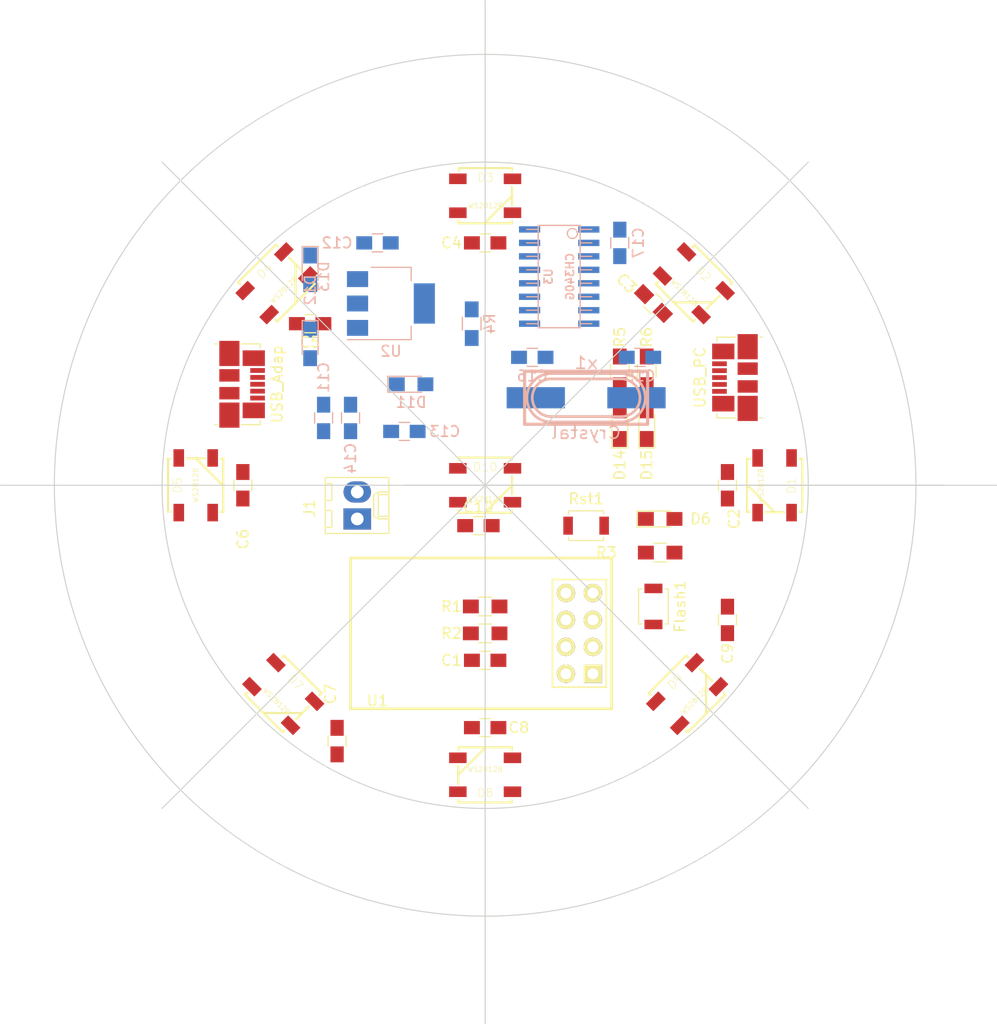
<source format=kicad_pcb>
(kicad_pcb (version 4) (host pcbnew 4.0.7-e2-6376~58~ubuntu16.04.1)

  (general
    (links 112)
    (no_connects 112)
    (area 120.89 50.87 232.1655 158.1626)
    (thickness 1.6)
    (drawings 13)
    (tracks 0)
    (zones 0)
    (modules 47)
    (nets 41)
  )

  (page A4)
  (title_block
    (title ReactArc2.0)
    (date 2018-04-06)
    (rev "By José Laica C.")
    (company www.mrbot.tech)
  )

  (layers
    (0 F.Cu signal)
    (31 B.Cu signal)
    (32 B.Adhes user)
    (33 F.Adhes user)
    (34 B.Paste user)
    (35 F.Paste user)
    (36 B.SilkS user)
    (37 F.SilkS user)
    (38 B.Mask user)
    (39 F.Mask user)
    (40 Dwgs.User user)
    (41 Cmts.User user)
    (42 Eco1.User user)
    (43 Eco2.User user)
    (44 Edge.Cuts user)
    (45 Margin user)
    (46 B.CrtYd user)
    (47 F.CrtYd user)
    (48 B.Fab user)
    (49 F.Fab user)
  )

  (setup
    (last_trace_width 0.25)
    (trace_clearance 0.2)
    (zone_clearance 0.508)
    (zone_45_only no)
    (trace_min 0.2)
    (segment_width 0.2)
    (edge_width 0.1)
    (via_size 0.6)
    (via_drill 0.4)
    (via_min_size 0.4)
    (via_min_drill 0.3)
    (uvia_size 0.3)
    (uvia_drill 0.1)
    (uvias_allowed no)
    (uvia_min_size 0.2)
    (uvia_min_drill 0.1)
    (pcb_text_width 0.3)
    (pcb_text_size 1.5 1.5)
    (mod_edge_width 0.15)
    (mod_text_size 1 1)
    (mod_text_width 0.15)
    (pad_size 1.5 1.5)
    (pad_drill 0.6)
    (pad_to_mask_clearance 0)
    (aux_axis_origin 0 0)
    (grid_origin 106.045 164.465)
    (visible_elements FFFFFF7F)
    (pcbplotparams
      (layerselection 0x00030_80000001)
      (usegerberextensions false)
      (excludeedgelayer true)
      (linewidth 0.100000)
      (plotframeref false)
      (viasonmask false)
      (mode 1)
      (useauxorigin false)
      (hpglpennumber 1)
      (hpglpenspeed 20)
      (hpglpendiameter 15)
      (hpglpenoverlay 2)
      (psnegative false)
      (psa4output false)
      (plotreference true)
      (plotvalue true)
      (plotinvisibletext false)
      (padsonsilk false)
      (subtractmaskfromsilk false)
      (outputformat 1)
      (mirror false)
      (drillshape 1)
      (scaleselection 1)
      (outputdirectory ""))
  )

  (net 0 "")
  (net 1 +3V3)
  (net 2 GNDREF)
  (net 3 +5V)
  (net 4 Vusb)
  (net 5 "Net-(C15-Pad1)")
  (net 6 "Net-(C16-Pad1)")
  (net 7 +3.3V)
  (net 8 Dato)
  (net 9 "Net-(D1-Pad2)")
  (net 10 "Net-(D2-Pad2)")
  (net 11 "Net-(D3-Pad2)")
  (net 12 "Net-(D4-Pad2)")
  (net 13 D6_DIN4)
  (net 14 "Net-(D7-Pad2)")
  (net 15 "Net-(D8-Pad2)")
  (net 16 "Net-(D10-Pad4)")
  (net 17 "Net-(D10-Pad2)")
  (net 18 GPIO0)
  (net 19 "Net-(D12-Pad2)")
  (net 20 "Net-(P1-Pad2)")
  (net 21 "Net-(P1-Pad3)")
  (net 22 "Net-(P1-Pad4)")
  (net 23 D-)
  (net 24 D+)
  (net 25 "Net-(P2-Pad4)")
  (net 26 "Net-(R1-Pad2)")
  (net 27 "Net-(R2-Pad1)")
  (net 28 "Net-(D6-Pad2)")
  (net 29 "Net-(D11-Pad2)")
  (net 30 "Net-(D14-Pad2)")
  (net 31 uRX)
  (net 32 "Net-(D15-Pad2)")
  (net 33 uTX)
  (net 34 "Net-(U3-Pad9)")
  (net 35 "Net-(U3-Pad10)")
  (net 36 "Net-(U3-Pad11)")
  (net 37 "Net-(U3-Pad12)")
  (net 38 "Net-(U3-Pad13)")
  (net 39 "Net-(U3-Pad14)")
  (net 40 "Net-(U3-Pad15)")

  (net_class Default "This is the default net class."
    (clearance 0.2)
    (trace_width 0.25)
    (via_dia 0.6)
    (via_drill 0.4)
    (uvia_dia 0.3)
    (uvia_drill 0.1)
    (add_net +3.3V)
    (add_net +3V3)
    (add_net +5V)
    (add_net D+)
    (add_net D-)
    (add_net D6_DIN4)
    (add_net Dato)
    (add_net GNDREF)
    (add_net GPIO0)
    (add_net "Net-(C15-Pad1)")
    (add_net "Net-(C16-Pad1)")
    (add_net "Net-(D1-Pad2)")
    (add_net "Net-(D10-Pad2)")
    (add_net "Net-(D10-Pad4)")
    (add_net "Net-(D11-Pad2)")
    (add_net "Net-(D12-Pad2)")
    (add_net "Net-(D14-Pad2)")
    (add_net "Net-(D15-Pad2)")
    (add_net "Net-(D2-Pad2)")
    (add_net "Net-(D3-Pad2)")
    (add_net "Net-(D4-Pad2)")
    (add_net "Net-(D6-Pad2)")
    (add_net "Net-(D7-Pad2)")
    (add_net "Net-(D8-Pad2)")
    (add_net "Net-(P1-Pad2)")
    (add_net "Net-(P1-Pad3)")
    (add_net "Net-(P1-Pad4)")
    (add_net "Net-(P2-Pad4)")
    (add_net "Net-(R1-Pad2)")
    (add_net "Net-(R2-Pad1)")
    (add_net "Net-(U3-Pad10)")
    (add_net "Net-(U3-Pad11)")
    (add_net "Net-(U3-Pad12)")
    (add_net "Net-(U3-Pad13)")
    (add_net "Net-(U3-Pad14)")
    (add_net "Net-(U3-Pad15)")
    (add_net "Net-(U3-Pad9)")
    (add_net Vusb)
    (add_net uRX)
    (add_net uTX)
  )

  (module WS2812B:WS2812B (layer F.Cu) (tedit 0) (tstamp 5AC6C61F)
    (at 212.09 95.885 270)
    (descr "<b>Intelligent control LED with integrated light source</b><p>WS2812B<br>source: http://www.world-semi.com/uploads/soft/130904/1_1500205981.pdf")
    (path /5AC172A4)
    (attr smd)
    (fp_text reference D1 (at 0.037 -1.6 270) (layer F.SilkS)
      (effects (font (size 0.801546 0.801546) (thickness 0.05)))
    )
    (fp_text value WS2812B (at 0.037 1.29837 270) (layer F.SilkS)
      (effects (font (size 0.481173 0.481173) (thickness 0.05)))
    )
    (fp_line (start -2.5 -2.5) (end -2.5 2.5) (layer Dwgs.User) (width 0.127))
    (fp_line (start -2.5 2.5) (end 2.5 2.5) (layer Dwgs.User) (width 0.127))
    (fp_line (start 2.5 2.5) (end 2.5 -2.5) (layer Dwgs.User) (width 0.127))
    (fp_line (start 2.5 -2.5) (end -2.5 -2.5) (layer Dwgs.User) (width 0.127))
    (fp_line (start -2.4892 -2.3622) (end -2.4892 -2.6162) (layer F.SilkS) (width 0.2032))
    (fp_line (start -2.4892 -2.6162) (end -2.4384 -2.6162) (layer F.SilkS) (width 0.2032))
    (fp_line (start -2.4384 -2.6162) (end -2.4384 -2.61112) (layer F.SilkS) (width 0.2032))
    (fp_line (start -2.4384 -2.61112) (end 2.51206 -2.61112) (layer F.SilkS) (width 0.2032))
    (fp_line (start 2.51206 -2.61112) (end 2.51206 -2.37998) (layer F.SilkS) (width 0.2032))
    (fp_line (start -2.50952 2.31902) (end -2.50952 2.5908) (layer F.SilkS) (width 0.2032))
    (fp_line (start -2.50952 2.5908) (end -2.45872 2.5908) (layer F.SilkS) (width 0.2032))
    (fp_line (start -2.45872 2.5908) (end -2.45872 2.59334) (layer F.SilkS) (width 0.2032))
    (fp_line (start -2.45872 2.59334) (end 2.50952 2.59334) (layer F.SilkS) (width 0.2032))
    (fp_line (start 2.50952 2.59334) (end 2.50952 2.36728) (layer F.SilkS) (width 0.2032))
    (fp_line (start 2.54 -0.8636) (end 2.54 0) (layer F.SilkS) (width 0.2032))
    (fp_line (start 2.54 0) (end 2.54 0.8636) (layer F.SilkS) (width 0.2032))
    (fp_line (start 2.54 0) (end 0 2.54) (layer F.SilkS) (width 0.2032))
    (pad 1 smd rect (at -2.577 -1.6 270) (size 1.651 1) (layers F.Cu F.Paste F.Mask)
      (net 3 +5V))
    (pad 4 smd rect (at 2.577 -1.6 270) (size 1.651 1) (layers F.Cu F.Paste F.Mask)
      (net 8 Dato))
    (pad 3 smd rect (at 2.577 1.6 270) (size 1.651 1) (layers F.Cu F.Paste F.Mask)
      (net 2 GNDREF))
    (pad 2 smd rect (at -2.577 1.6 270) (size 1.651 1) (layers F.Cu F.Paste F.Mask)
      (net 9 "Net-(D1-Pad2)"))
  )

  (module WS2812B:WS2812B (layer F.Cu) (tedit 0) (tstamp 5AC6C638)
    (at 204.47 76.835 315)
    (descr "<b>Intelligent control LED with integrated light source</b><p>WS2812B<br>source: http://www.world-semi.com/uploads/soft/130904/1_1500205981.pdf")
    (path /5AC179AE)
    (attr smd)
    (fp_text reference D2 (at 0 -1.27 315) (layer F.SilkS)
      (effects (font (size 0.801546 0.801546) (thickness 0.05)))
    )
    (fp_text value WS2812B (at 0 1.27 315) (layer F.SilkS)
      (effects (font (size 0.481173 0.481173) (thickness 0.05)))
    )
    (fp_line (start -2.5 -2.5) (end -2.5 2.5) (layer Dwgs.User) (width 0.127))
    (fp_line (start -2.5 2.5) (end 2.5 2.5) (layer Dwgs.User) (width 0.127))
    (fp_line (start 2.5 2.5) (end 2.5 -2.5) (layer Dwgs.User) (width 0.127))
    (fp_line (start 2.5 -2.5) (end -2.5 -2.5) (layer Dwgs.User) (width 0.127))
    (fp_line (start -2.4892 -2.3622) (end -2.4892 -2.6162) (layer F.SilkS) (width 0.2032))
    (fp_line (start -2.4892 -2.6162) (end -2.4384 -2.6162) (layer F.SilkS) (width 0.2032))
    (fp_line (start -2.4384 -2.6162) (end -2.4384 -2.61112) (layer F.SilkS) (width 0.2032))
    (fp_line (start -2.4384 -2.61112) (end 2.51206 -2.61112) (layer F.SilkS) (width 0.2032))
    (fp_line (start 2.51206 -2.61112) (end 2.51206 -2.37998) (layer F.SilkS) (width 0.2032))
    (fp_line (start -2.50952 2.31902) (end -2.50952 2.5908) (layer F.SilkS) (width 0.2032))
    (fp_line (start -2.50952 2.5908) (end -2.45872 2.5908) (layer F.SilkS) (width 0.2032))
    (fp_line (start -2.45872 2.5908) (end -2.45872 2.59334) (layer F.SilkS) (width 0.2032))
    (fp_line (start -2.45872 2.59334) (end 2.50952 2.59334) (layer F.SilkS) (width 0.2032))
    (fp_line (start 2.50952 2.59334) (end 2.50952 2.36728) (layer F.SilkS) (width 0.2032))
    (fp_line (start 2.54 -0.8636) (end 2.54 0) (layer F.SilkS) (width 0.2032))
    (fp_line (start 2.54 0) (end 2.54 0.8636) (layer F.SilkS) (width 0.2032))
    (fp_line (start 2.54 0) (end 0 2.54) (layer F.SilkS) (width 0.2032))
    (pad 1 smd rect (at -2.577 -1.6 315) (size 1.651 1) (layers F.Cu F.Paste F.Mask)
      (net 3 +5V))
    (pad 4 smd rect (at 2.577 -1.6 315) (size 1.651 1) (layers F.Cu F.Paste F.Mask)
      (net 9 "Net-(D1-Pad2)"))
    (pad 3 smd rect (at 2.577 1.6 315) (size 1.651 1) (layers F.Cu F.Paste F.Mask)
      (net 2 GNDREF))
    (pad 2 smd rect (at -2.577 1.6 315) (size 1.651 1) (layers F.Cu F.Paste F.Mask)
      (net 10 "Net-(D2-Pad2)"))
  )

  (module WS2812B:WS2812B (layer F.Cu) (tedit 0) (tstamp 5AC6C651)
    (at 184.785 68.58)
    (descr "<b>Intelligent control LED with integrated light source</b><p>WS2812B<br>source: http://www.world-semi.com/uploads/soft/130904/1_1500205981.pdf")
    (path /5AC17A2B)
    (attr smd)
    (fp_text reference D3 (at 0.037 -1.7113) (layer F.SilkS)
      (effects (font (size 0.801546 0.801546) (thickness 0.05)))
    )
    (fp_text value WS2812B (at 0.037 0.94) (layer F.SilkS)
      (effects (font (size 0.481173 0.481173) (thickness 0.05)))
    )
    (fp_line (start -2.5 -2.5) (end -2.5 2.5) (layer Dwgs.User) (width 0.127))
    (fp_line (start -2.5 2.5) (end 2.5 2.5) (layer Dwgs.User) (width 0.127))
    (fp_line (start 2.5 2.5) (end 2.5 -2.5) (layer Dwgs.User) (width 0.127))
    (fp_line (start 2.5 -2.5) (end -2.5 -2.5) (layer Dwgs.User) (width 0.127))
    (fp_line (start -2.4892 -2.3622) (end -2.4892 -2.6162) (layer F.SilkS) (width 0.2032))
    (fp_line (start -2.4892 -2.6162) (end -2.4384 -2.6162) (layer F.SilkS) (width 0.2032))
    (fp_line (start -2.4384 -2.6162) (end -2.4384 -2.61112) (layer F.SilkS) (width 0.2032))
    (fp_line (start -2.4384 -2.61112) (end 2.51206 -2.61112) (layer F.SilkS) (width 0.2032))
    (fp_line (start 2.51206 -2.61112) (end 2.51206 -2.37998) (layer F.SilkS) (width 0.2032))
    (fp_line (start -2.50952 2.31902) (end -2.50952 2.5908) (layer F.SilkS) (width 0.2032))
    (fp_line (start -2.50952 2.5908) (end -2.45872 2.5908) (layer F.SilkS) (width 0.2032))
    (fp_line (start -2.45872 2.5908) (end -2.45872 2.59334) (layer F.SilkS) (width 0.2032))
    (fp_line (start -2.45872 2.59334) (end 2.50952 2.59334) (layer F.SilkS) (width 0.2032))
    (fp_line (start 2.50952 2.59334) (end 2.50952 2.36728) (layer F.SilkS) (width 0.2032))
    (fp_line (start 2.54 -0.8636) (end 2.54 0) (layer F.SilkS) (width 0.2032))
    (fp_line (start 2.54 0) (end 2.54 0.8636) (layer F.SilkS) (width 0.2032))
    (fp_line (start 2.54 0) (end 0 2.54) (layer F.SilkS) (width 0.2032))
    (pad 1 smd rect (at -2.577 -1.6) (size 1.651 1) (layers F.Cu F.Paste F.Mask)
      (net 3 +5V))
    (pad 4 smd rect (at 2.577 -1.6) (size 1.651 1) (layers F.Cu F.Paste F.Mask)
      (net 10 "Net-(D2-Pad2)"))
    (pad 3 smd rect (at 2.577 1.6) (size 1.651 1) (layers F.Cu F.Paste F.Mask)
      (net 2 GNDREF))
    (pad 2 smd rect (at -2.577 1.6) (size 1.651 1) (layers F.Cu F.Paste F.Mask)
      (net 11 "Net-(D3-Pad2)"))
  )

  (module WS2812B:WS2812B (layer F.Cu) (tedit 0) (tstamp 5AC6C66A)
    (at 165.1 76.835 45)
    (descr "<b>Intelligent control LED with integrated light source</b><p>WS2812B<br>source: http://www.world-semi.com/uploads/soft/130904/1_1500205981.pdf")
    (path /5AC17AD2)
    (attr smd)
    (fp_text reference D4 (at 0.037 -1.6 45) (layer F.SilkS)
      (effects (font (size 0.801546 0.801546) (thickness 0.05)))
    )
    (fp_text value WS2812B (at 0.037 0.94 45) (layer F.SilkS)
      (effects (font (size 0.481173 0.481173) (thickness 0.05)))
    )
    (fp_line (start -2.5 -2.5) (end -2.5 2.5) (layer Dwgs.User) (width 0.127))
    (fp_line (start -2.5 2.5) (end 2.5 2.5) (layer Dwgs.User) (width 0.127))
    (fp_line (start 2.5 2.5) (end 2.5 -2.5) (layer Dwgs.User) (width 0.127))
    (fp_line (start 2.5 -2.5) (end -2.5 -2.5) (layer Dwgs.User) (width 0.127))
    (fp_line (start -2.4892 -2.3622) (end -2.4892 -2.6162) (layer F.SilkS) (width 0.2032))
    (fp_line (start -2.4892 -2.6162) (end -2.4384 -2.6162) (layer F.SilkS) (width 0.2032))
    (fp_line (start -2.4384 -2.6162) (end -2.4384 -2.61112) (layer F.SilkS) (width 0.2032))
    (fp_line (start -2.4384 -2.61112) (end 2.51206 -2.61112) (layer F.SilkS) (width 0.2032))
    (fp_line (start 2.51206 -2.61112) (end 2.51206 -2.37998) (layer F.SilkS) (width 0.2032))
    (fp_line (start -2.50952 2.31902) (end -2.50952 2.5908) (layer F.SilkS) (width 0.2032))
    (fp_line (start -2.50952 2.5908) (end -2.45872 2.5908) (layer F.SilkS) (width 0.2032))
    (fp_line (start -2.45872 2.5908) (end -2.45872 2.59334) (layer F.SilkS) (width 0.2032))
    (fp_line (start -2.45872 2.59334) (end 2.50952 2.59334) (layer F.SilkS) (width 0.2032))
    (fp_line (start 2.50952 2.59334) (end 2.50952 2.36728) (layer F.SilkS) (width 0.2032))
    (fp_line (start 2.54 -0.8636) (end 2.54 0) (layer F.SilkS) (width 0.2032))
    (fp_line (start 2.54 0) (end 2.54 0.8636) (layer F.SilkS) (width 0.2032))
    (fp_line (start 2.54 0) (end 0 2.54) (layer F.SilkS) (width 0.2032))
    (pad 1 smd rect (at -2.577 -1.6 45) (size 1.651 1) (layers F.Cu F.Paste F.Mask)
      (net 3 +5V))
    (pad 4 smd rect (at 2.577 -1.6 45) (size 1.651 1) (layers F.Cu F.Paste F.Mask)
      (net 11 "Net-(D3-Pad2)"))
    (pad 3 smd rect (at 2.577 1.6 45) (size 1.651 1) (layers F.Cu F.Paste F.Mask)
      (net 2 GNDREF))
    (pad 2 smd rect (at -2.577 1.6 45) (size 1.651 1) (layers F.Cu F.Paste F.Mask)
      (net 12 "Net-(D4-Pad2)"))
  )

  (module WS2812B:WS2812B (layer F.Cu) (tedit 0) (tstamp 5AC6C683)
    (at 157.48 95.885 90)
    (descr "<b>Intelligent control LED with integrated light source</b><p>WS2812B<br>source: http://www.world-semi.com/uploads/soft/130904/1_1500205981.pdf")
    (path /5AC17BAC)
    (attr smd)
    (fp_text reference D5 (at 0 -1.7113 90) (layer F.SilkS)
      (effects (font (size 0.801546 0.801546) (thickness 0.05)))
    )
    (fp_text value WS2812B (at 0 0 90) (layer F.SilkS)
      (effects (font (size 0.481173 0.481173) (thickness 0.05)))
    )
    (fp_line (start -2.5 -2.5) (end -2.5 2.5) (layer Dwgs.User) (width 0.127))
    (fp_line (start -2.5 2.5) (end 2.5 2.5) (layer Dwgs.User) (width 0.127))
    (fp_line (start 2.5 2.5) (end 2.5 -2.5) (layer Dwgs.User) (width 0.127))
    (fp_line (start 2.5 -2.5) (end -2.5 -2.5) (layer Dwgs.User) (width 0.127))
    (fp_line (start -2.4892 -2.3622) (end -2.4892 -2.6162) (layer F.SilkS) (width 0.2032))
    (fp_line (start -2.4892 -2.6162) (end -2.4384 -2.6162) (layer F.SilkS) (width 0.2032))
    (fp_line (start -2.4384 -2.6162) (end -2.4384 -2.61112) (layer F.SilkS) (width 0.2032))
    (fp_line (start -2.4384 -2.61112) (end 2.51206 -2.61112) (layer F.SilkS) (width 0.2032))
    (fp_line (start 2.51206 -2.61112) (end 2.51206 -2.37998) (layer F.SilkS) (width 0.2032))
    (fp_line (start -2.50952 2.31902) (end -2.50952 2.5908) (layer F.SilkS) (width 0.2032))
    (fp_line (start -2.50952 2.5908) (end -2.45872 2.5908) (layer F.SilkS) (width 0.2032))
    (fp_line (start -2.45872 2.5908) (end -2.45872 2.59334) (layer F.SilkS) (width 0.2032))
    (fp_line (start -2.45872 2.59334) (end 2.50952 2.59334) (layer F.SilkS) (width 0.2032))
    (fp_line (start 2.50952 2.59334) (end 2.50952 2.36728) (layer F.SilkS) (width 0.2032))
    (fp_line (start 2.54 -0.8636) (end 2.54 0) (layer F.SilkS) (width 0.2032))
    (fp_line (start 2.54 0) (end 2.54 0.8636) (layer F.SilkS) (width 0.2032))
    (fp_line (start 2.54 0) (end 0 2.54) (layer F.SilkS) (width 0.2032))
    (pad 1 smd rect (at -2.577 -1.6 90) (size 1.651 1) (layers F.Cu F.Paste F.Mask)
      (net 3 +5V))
    (pad 4 smd rect (at 2.577 -1.6 90) (size 1.651 1) (layers F.Cu F.Paste F.Mask)
      (net 12 "Net-(D4-Pad2)"))
    (pad 3 smd rect (at 2.577 1.6 90) (size 1.651 1) (layers F.Cu F.Paste F.Mask)
      (net 2 GNDREF))
    (pad 2 smd rect (at -2.577 1.6 90) (size 1.651 1) (layers F.Cu F.Paste F.Mask)
      (net 13 D6_DIN4))
  )

  (module WS2812B:WS2812B (layer F.Cu) (tedit 0) (tstamp 5AC6C69C)
    (at 165.735 115.57 315)
    (descr "<b>Intelligent control LED with integrated light source</b><p>WS2812B<br>source: http://www.world-semi.com/uploads/soft/130904/1_1500205981.pdf")
    (path /5AC17D8B)
    (attr smd)
    (fp_text reference D7 (at 0.037 -1.6 315) (layer F.SilkS)
      (effects (font (size 0.801546 0.801546) (thickness 0.05)))
    )
    (fp_text value WS2812B (at 0.037 0.94 315) (layer F.SilkS)
      (effects (font (size 0.481173 0.481173) (thickness 0.05)))
    )
    (fp_line (start -2.5 -2.5) (end -2.5 2.5) (layer Dwgs.User) (width 0.127))
    (fp_line (start -2.5 2.5) (end 2.5 2.5) (layer Dwgs.User) (width 0.127))
    (fp_line (start 2.5 2.5) (end 2.5 -2.5) (layer Dwgs.User) (width 0.127))
    (fp_line (start 2.5 -2.5) (end -2.5 -2.5) (layer Dwgs.User) (width 0.127))
    (fp_line (start -2.4892 -2.3622) (end -2.4892 -2.6162) (layer F.SilkS) (width 0.2032))
    (fp_line (start -2.4892 -2.6162) (end -2.4384 -2.6162) (layer F.SilkS) (width 0.2032))
    (fp_line (start -2.4384 -2.6162) (end -2.4384 -2.61112) (layer F.SilkS) (width 0.2032))
    (fp_line (start -2.4384 -2.61112) (end 2.51206 -2.61112) (layer F.SilkS) (width 0.2032))
    (fp_line (start 2.51206 -2.61112) (end 2.51206 -2.37998) (layer F.SilkS) (width 0.2032))
    (fp_line (start -2.50952 2.31902) (end -2.50952 2.5908) (layer F.SilkS) (width 0.2032))
    (fp_line (start -2.50952 2.5908) (end -2.45872 2.5908) (layer F.SilkS) (width 0.2032))
    (fp_line (start -2.45872 2.5908) (end -2.45872 2.59334) (layer F.SilkS) (width 0.2032))
    (fp_line (start -2.45872 2.59334) (end 2.50952 2.59334) (layer F.SilkS) (width 0.2032))
    (fp_line (start 2.50952 2.59334) (end 2.50952 2.36728) (layer F.SilkS) (width 0.2032))
    (fp_line (start 2.54 -0.8636) (end 2.54 0) (layer F.SilkS) (width 0.2032))
    (fp_line (start 2.54 0) (end 2.54 0.8636) (layer F.SilkS) (width 0.2032))
    (fp_line (start 2.54 0) (end 0 2.54) (layer F.SilkS) (width 0.2032))
    (pad 1 smd rect (at -2.577 -1.6 315) (size 1.651 1) (layers F.Cu F.Paste F.Mask)
      (net 3 +5V))
    (pad 4 smd rect (at 2.577 -1.6 315) (size 1.651 1) (layers F.Cu F.Paste F.Mask)
      (net 13 D6_DIN4))
    (pad 3 smd rect (at 2.577 1.6 315) (size 1.651 1) (layers F.Cu F.Paste F.Mask)
      (net 2 GNDREF))
    (pad 2 smd rect (at -2.577 1.6 315) (size 1.651 1) (layers F.Cu F.Paste F.Mask)
      (net 14 "Net-(D7-Pad2)"))
  )

  (module WS2812B:WS2812B (layer F.Cu) (tedit 0) (tstamp 5AC6C6B5)
    (at 184.785 123.19 180)
    (descr "<b>Intelligent control LED with integrated light source</b><p>WS2812B<br>source: http://www.world-semi.com/uploads/soft/130904/1_1500205981.pdf")
    (path /5AC17DA6)
    (attr smd)
    (fp_text reference D8 (at 0 -1.7113 180) (layer F.SilkS)
      (effects (font (size 0.801546 0.801546) (thickness 0.05)))
    )
    (fp_text value WS2812B (at 0 0.508 180) (layer F.SilkS)
      (effects (font (size 0.481173 0.481173) (thickness 0.05)))
    )
    (fp_line (start -2.5 -2.5) (end -2.5 2.5) (layer Dwgs.User) (width 0.127))
    (fp_line (start -2.5 2.5) (end 2.5 2.5) (layer Dwgs.User) (width 0.127))
    (fp_line (start 2.5 2.5) (end 2.5 -2.5) (layer Dwgs.User) (width 0.127))
    (fp_line (start 2.5 -2.5) (end -2.5 -2.5) (layer Dwgs.User) (width 0.127))
    (fp_line (start -2.4892 -2.3622) (end -2.4892 -2.6162) (layer F.SilkS) (width 0.2032))
    (fp_line (start -2.4892 -2.6162) (end -2.4384 -2.6162) (layer F.SilkS) (width 0.2032))
    (fp_line (start -2.4384 -2.6162) (end -2.4384 -2.61112) (layer F.SilkS) (width 0.2032))
    (fp_line (start -2.4384 -2.61112) (end 2.51206 -2.61112) (layer F.SilkS) (width 0.2032))
    (fp_line (start 2.51206 -2.61112) (end 2.51206 -2.37998) (layer F.SilkS) (width 0.2032))
    (fp_line (start -2.50952 2.31902) (end -2.50952 2.5908) (layer F.SilkS) (width 0.2032))
    (fp_line (start -2.50952 2.5908) (end -2.45872 2.5908) (layer F.SilkS) (width 0.2032))
    (fp_line (start -2.45872 2.5908) (end -2.45872 2.59334) (layer F.SilkS) (width 0.2032))
    (fp_line (start -2.45872 2.59334) (end 2.50952 2.59334) (layer F.SilkS) (width 0.2032))
    (fp_line (start 2.50952 2.59334) (end 2.50952 2.36728) (layer F.SilkS) (width 0.2032))
    (fp_line (start 2.54 -0.8636) (end 2.54 0) (layer F.SilkS) (width 0.2032))
    (fp_line (start 2.54 0) (end 2.54 0.8636) (layer F.SilkS) (width 0.2032))
    (fp_line (start 2.54 0) (end 0 2.54) (layer F.SilkS) (width 0.2032))
    (pad 1 smd rect (at -2.577 -1.6 180) (size 1.651 1) (layers F.Cu F.Paste F.Mask)
      (net 3 +5V))
    (pad 4 smd rect (at 2.577 -1.6 180) (size 1.651 1) (layers F.Cu F.Paste F.Mask)
      (net 14 "Net-(D7-Pad2)"))
    (pad 3 smd rect (at 2.577 1.6 180) (size 1.651 1) (layers F.Cu F.Paste F.Mask)
      (net 2 GNDREF))
    (pad 2 smd rect (at -2.577 1.6 180) (size 1.651 1) (layers F.Cu F.Paste F.Mask)
      (net 15 "Net-(D8-Pad2)"))
  )

  (module WS2812B:WS2812B (layer F.Cu) (tedit 0) (tstamp 5AC6C6CE)
    (at 203.835 115.57 45)
    (descr "<b>Intelligent control LED with integrated light source</b><p>WS2812B<br>source: http://www.world-semi.com/uploads/soft/130904/1_1500205981.pdf")
    (path /5AC17DBF)
    (attr smd)
    (fp_text reference D9 (at 0.037 -1.6 45) (layer F.SilkS)
      (effects (font (size 0.801546 0.801546) (thickness 0.05)))
    )
    (fp_text value WS2812B (at 0.037 0.94 45) (layer F.SilkS)
      (effects (font (size 0.481173 0.481173) (thickness 0.05)))
    )
    (fp_line (start -2.5 -2.5) (end -2.5 2.5) (layer Dwgs.User) (width 0.127))
    (fp_line (start -2.5 2.5) (end 2.5 2.5) (layer Dwgs.User) (width 0.127))
    (fp_line (start 2.5 2.5) (end 2.5 -2.5) (layer Dwgs.User) (width 0.127))
    (fp_line (start 2.5 -2.5) (end -2.5 -2.5) (layer Dwgs.User) (width 0.127))
    (fp_line (start -2.4892 -2.3622) (end -2.4892 -2.6162) (layer F.SilkS) (width 0.2032))
    (fp_line (start -2.4892 -2.6162) (end -2.4384 -2.6162) (layer F.SilkS) (width 0.2032))
    (fp_line (start -2.4384 -2.6162) (end -2.4384 -2.61112) (layer F.SilkS) (width 0.2032))
    (fp_line (start -2.4384 -2.61112) (end 2.51206 -2.61112) (layer F.SilkS) (width 0.2032))
    (fp_line (start 2.51206 -2.61112) (end 2.51206 -2.37998) (layer F.SilkS) (width 0.2032))
    (fp_line (start -2.50952 2.31902) (end -2.50952 2.5908) (layer F.SilkS) (width 0.2032))
    (fp_line (start -2.50952 2.5908) (end -2.45872 2.5908) (layer F.SilkS) (width 0.2032))
    (fp_line (start -2.45872 2.5908) (end -2.45872 2.59334) (layer F.SilkS) (width 0.2032))
    (fp_line (start -2.45872 2.59334) (end 2.50952 2.59334) (layer F.SilkS) (width 0.2032))
    (fp_line (start 2.50952 2.59334) (end 2.50952 2.36728) (layer F.SilkS) (width 0.2032))
    (fp_line (start 2.54 -0.8636) (end 2.54 0) (layer F.SilkS) (width 0.2032))
    (fp_line (start 2.54 0) (end 2.54 0.8636) (layer F.SilkS) (width 0.2032))
    (fp_line (start 2.54 0) (end 0 2.54) (layer F.SilkS) (width 0.2032))
    (pad 1 smd rect (at -2.577 -1.6 45) (size 1.651 1) (layers F.Cu F.Paste F.Mask)
      (net 3 +5V))
    (pad 4 smd rect (at 2.577 -1.6 45) (size 1.651 1) (layers F.Cu F.Paste F.Mask)
      (net 15 "Net-(D8-Pad2)"))
    (pad 3 smd rect (at 2.577 1.6 45) (size 1.651 1) (layers F.Cu F.Paste F.Mask)
      (net 2 GNDREF))
    (pad 2 smd rect (at -2.577 1.6 45) (size 1.651 1) (layers F.Cu F.Paste F.Mask)
      (net 16 "Net-(D10-Pad4)"))
  )

  (module WS2812B:WS2812B (layer F.Cu) (tedit 0) (tstamp 5AC6C6E7)
    (at 184.785 95.885)
    (descr "<b>Intelligent control LED with integrated light source</b><p>WS2812B<br>source: http://www.world-semi.com/uploads/soft/130904/1_1500205981.pdf")
    (path /5AC17DD8)
    (attr smd)
    (fp_text reference D10 (at 0 -1.7113) (layer F.SilkS)
      (effects (font (size 0.801546 0.801546) (thickness 0.05)))
    )
    (fp_text value WS2812B (at 0 1.27) (layer F.SilkS)
      (effects (font (size 0.481173 0.481173) (thickness 0.05)))
    )
    (fp_line (start -2.5 -2.5) (end -2.5 2.5) (layer Dwgs.User) (width 0.127))
    (fp_line (start -2.5 2.5) (end 2.5 2.5) (layer Dwgs.User) (width 0.127))
    (fp_line (start 2.5 2.5) (end 2.5 -2.5) (layer Dwgs.User) (width 0.127))
    (fp_line (start 2.5 -2.5) (end -2.5 -2.5) (layer Dwgs.User) (width 0.127))
    (fp_line (start -2.4892 -2.3622) (end -2.4892 -2.6162) (layer F.SilkS) (width 0.2032))
    (fp_line (start -2.4892 -2.6162) (end -2.4384 -2.6162) (layer F.SilkS) (width 0.2032))
    (fp_line (start -2.4384 -2.6162) (end -2.4384 -2.61112) (layer F.SilkS) (width 0.2032))
    (fp_line (start -2.4384 -2.61112) (end 2.51206 -2.61112) (layer F.SilkS) (width 0.2032))
    (fp_line (start 2.51206 -2.61112) (end 2.51206 -2.37998) (layer F.SilkS) (width 0.2032))
    (fp_line (start -2.50952 2.31902) (end -2.50952 2.5908) (layer F.SilkS) (width 0.2032))
    (fp_line (start -2.50952 2.5908) (end -2.45872 2.5908) (layer F.SilkS) (width 0.2032))
    (fp_line (start -2.45872 2.5908) (end -2.45872 2.59334) (layer F.SilkS) (width 0.2032))
    (fp_line (start -2.45872 2.59334) (end 2.50952 2.59334) (layer F.SilkS) (width 0.2032))
    (fp_line (start 2.50952 2.59334) (end 2.50952 2.36728) (layer F.SilkS) (width 0.2032))
    (fp_line (start 2.54 -0.8636) (end 2.54 0) (layer F.SilkS) (width 0.2032))
    (fp_line (start 2.54 0) (end 2.54 0.8636) (layer F.SilkS) (width 0.2032))
    (fp_line (start 2.54 0) (end 0 2.54) (layer F.SilkS) (width 0.2032))
    (pad 1 smd rect (at -2.577 -1.6) (size 1.651 1) (layers F.Cu F.Paste F.Mask)
      (net 3 +5V))
    (pad 4 smd rect (at 2.577 -1.6) (size 1.651 1) (layers F.Cu F.Paste F.Mask)
      (net 16 "Net-(D10-Pad4)"))
    (pad 3 smd rect (at 2.577 1.6) (size 1.651 1) (layers F.Cu F.Paste F.Mask)
      (net 2 GNDREF))
    (pad 2 smd rect (at -2.577 1.6) (size 1.651 1) (layers F.Cu F.Paste F.Mask)
      (net 17 "Net-(D10-Pad2)"))
  )

  (module Buttons_Switches_SMD:SW_SPST_B3U-1000P (layer F.Cu) (tedit 5AC6E99A) (tstamp 5AC6C6FD)
    (at 200.66 107.315 270)
    (descr "Ultra-small-sized Tactile Switch with High Contact Reliability, Top-actuated Model, without Ground Terminal, without Boss")
    (tags "Tactile Switch")
    (path /5AC281FF)
    (attr smd)
    (fp_text reference Flash1 (at 0 -2.5 270) (layer F.SilkS)
      (effects (font (size 1 1) (thickness 0.15)))
    )
    (fp_text value SW_PUSH_SMALL_H (at 0 2.5 270) (layer F.Fab) hide
      (effects (font (size 1 1) (thickness 0.15)))
    )
    (fp_text user %R (at 0 -2.5 270) (layer F.Fab)
      (effects (font (size 1 1) (thickness 0.15)))
    )
    (fp_line (start -2.4 1.65) (end 2.4 1.65) (layer F.CrtYd) (width 0.05))
    (fp_line (start 2.4 1.65) (end 2.4 -1.65) (layer F.CrtYd) (width 0.05))
    (fp_line (start 2.4 -1.65) (end -2.4 -1.65) (layer F.CrtYd) (width 0.05))
    (fp_line (start -2.4 -1.65) (end -2.4 1.65) (layer F.CrtYd) (width 0.05))
    (fp_line (start -1.65 1.1) (end -1.65 1.4) (layer F.SilkS) (width 0.12))
    (fp_line (start -1.65 1.4) (end 1.65 1.4) (layer F.SilkS) (width 0.12))
    (fp_line (start 1.65 1.4) (end 1.65 1.1) (layer F.SilkS) (width 0.12))
    (fp_line (start -1.65 -1.1) (end -1.65 -1.4) (layer F.SilkS) (width 0.12))
    (fp_line (start -1.65 -1.4) (end 1.65 -1.4) (layer F.SilkS) (width 0.12))
    (fp_line (start 1.65 -1.4) (end 1.65 -1.1) (layer F.SilkS) (width 0.12))
    (fp_line (start -1.5 -1.25) (end 1.5 -1.25) (layer F.Fab) (width 0.1))
    (fp_line (start 1.5 -1.25) (end 1.5 1.25) (layer F.Fab) (width 0.1))
    (fp_line (start 1.5 1.25) (end -1.5 1.25) (layer F.Fab) (width 0.1))
    (fp_line (start -1.5 1.25) (end -1.5 -1.25) (layer F.Fab) (width 0.1))
    (fp_circle (center 0 0) (end 0.75 0) (layer F.Fab) (width 0.1))
    (pad 1 smd rect (at -1.7 0 270) (size 0.9 1.7) (layers F.Cu F.Paste F.Mask)
      (net 18 GPIO0))
    (pad 2 smd rect (at 1.7 0 270) (size 0.9 1.7) (layers F.Cu F.Paste F.Mask)
      (net 2 GNDREF))
    (model ${KISYS3DMOD}/Buttons_Switches_SMD.3dshapes/SW_SPST_B3U-1000P.wrl
      (at (xyz 0 0 0))
      (scale (xyz 1 1 1))
      (rotate (xyz 0 0 0))
    )
  )

  (module Connectors_Molex:Molex_KK-6410-02_02x2.54mm_Straight (layer F.Cu) (tedit 58EE6EE4) (tstamp 5AC6C71E)
    (at 172.72 99.06 90)
    (descr "Connector Headers with Friction Lock, 22-27-2021, http://www.molex.com/pdm_docs/sd/022272021_sd.pdf")
    (tags "connector molex kk_6410 22-27-2021")
    (path /5AC69E53)
    (fp_text reference J1 (at 1 -4.5 90) (layer F.SilkS)
      (effects (font (size 1 1) (thickness 0.15)))
    )
    (fp_text value Bat (at 1.27 4.5 90) (layer F.Fab)
      (effects (font (size 1 1) (thickness 0.15)))
    )
    (fp_line (start -1.47 -3.12) (end -1.47 3.08) (layer F.Fab) (width 0.12))
    (fp_line (start -1.47 3.08) (end 4.01 3.08) (layer F.Fab) (width 0.12))
    (fp_line (start 4.01 3.08) (end 4.01 -3.12) (layer F.Fab) (width 0.12))
    (fp_line (start 4.01 -3.12) (end -1.47 -3.12) (layer F.Fab) (width 0.12))
    (fp_line (start -1.37 -3.02) (end -1.37 2.98) (layer F.SilkS) (width 0.12))
    (fp_line (start -1.37 2.98) (end 3.91 2.98) (layer F.SilkS) (width 0.12))
    (fp_line (start 3.91 2.98) (end 3.91 -3.02) (layer F.SilkS) (width 0.12))
    (fp_line (start 3.91 -3.02) (end -1.37 -3.02) (layer F.SilkS) (width 0.12))
    (fp_line (start 0 2.98) (end 0 1.98) (layer F.SilkS) (width 0.12))
    (fp_line (start 0 1.98) (end 2.54 1.98) (layer F.SilkS) (width 0.12))
    (fp_line (start 2.54 1.98) (end 2.54 2.98) (layer F.SilkS) (width 0.12))
    (fp_line (start 0 1.98) (end 0.25 1.55) (layer F.SilkS) (width 0.12))
    (fp_line (start 0.25 1.55) (end 2.29 1.55) (layer F.SilkS) (width 0.12))
    (fp_line (start 2.29 1.55) (end 2.54 1.98) (layer F.SilkS) (width 0.12))
    (fp_line (start 0.25 2.98) (end 0.25 1.98) (layer F.SilkS) (width 0.12))
    (fp_line (start 2.29 2.98) (end 2.29 1.98) (layer F.SilkS) (width 0.12))
    (fp_line (start -0.8 -3.02) (end -0.8 -2.4) (layer F.SilkS) (width 0.12))
    (fp_line (start -0.8 -2.4) (end 0.8 -2.4) (layer F.SilkS) (width 0.12))
    (fp_line (start 0.8 -2.4) (end 0.8 -3.02) (layer F.SilkS) (width 0.12))
    (fp_line (start 1.74 -3.02) (end 1.74 -2.4) (layer F.SilkS) (width 0.12))
    (fp_line (start 1.74 -2.4) (end 3.34 -2.4) (layer F.SilkS) (width 0.12))
    (fp_line (start 3.34 -2.4) (end 3.34 -3.02) (layer F.SilkS) (width 0.12))
    (fp_line (start -1.9 3.5) (end -1.9 -3.55) (layer F.CrtYd) (width 0.05))
    (fp_line (start -1.9 -3.55) (end 4.45 -3.55) (layer F.CrtYd) (width 0.05))
    (fp_line (start 4.45 -3.55) (end 4.45 3.5) (layer F.CrtYd) (width 0.05))
    (fp_line (start 4.45 3.5) (end -1.9 3.5) (layer F.CrtYd) (width 0.05))
    (fp_text user %R (at 1.27 0 90) (layer F.Fab)
      (effects (font (size 1 1) (thickness 0.15)))
    )
    (pad 1 thru_hole rect (at 0 0 90) (size 2 2.6) (drill 1.2) (layers *.Cu *.Mask)
      (net 19 "Net-(D12-Pad2)"))
    (pad 2 thru_hole oval (at 2.54 0 90) (size 2 2.6) (drill 1.2) (layers *.Cu *.Mask)
      (net 2 GNDREF))
    (model ${KISYS3DMOD}/Connectors_Molex.3dshapes/Molex_KK-6410-02_02x2.54mm_Straight.wrl
      (at (xyz 0 0 0))
      (scale (xyz 1 1 1))
      (rotate (xyz 0 0 0))
    )
  )

  (module Connectors_USB:USB_Micro-B_Molex_47346-0001 (layer F.Cu) (tedit 5AC7F32A) (tstamp 5AC6C73E)
    (at 160.655 86.36 270)
    (descr "Micro USB B receptable with flange, bottom-mount, SMD, right-angle (http://www.molex.com/pdm_docs/sd/473460001_sd.pdf)")
    (tags "Micro B USB SMD")
    (path /5AC642E3)
    (attr smd)
    (fp_text reference USB_Adap (at 0 -4.5 270) (layer F.SilkS)
      (effects (font (size 1 1) (thickness 0.15)))
    )
    (fp_text value USB_Adap (at 1.27 -4.445 270) (layer F.Fab) hide
      (effects (font (size 1 1) (thickness 0.15)))
    )
    (fp_text user "PCB Edge" (at 0 1.47 450) (layer Dwgs.User)
      (effects (font (size 0.4 0.4) (thickness 0.04)))
    )
    (fp_text user %R (at 0 0 270) (layer F.Fab)
      (effects (font (size 1 1) (thickness 0.15)))
    )
    (fp_line (start 3.81 -2.91) (end 3.43 -2.91) (layer F.SilkS) (width 0.12))
    (fp_line (start 4.6 2.7) (end -4.6 2.7) (layer F.CrtYd) (width 0.05))
    (fp_line (start 4.6 -3.9) (end 4.6 2.7) (layer F.CrtYd) (width 0.05))
    (fp_line (start -4.6 -3.9) (end 4.6 -3.9) (layer F.CrtYd) (width 0.05))
    (fp_line (start -4.6 2.7) (end -4.6 -3.9) (layer F.CrtYd) (width 0.05))
    (fp_line (start 3.75 2.15) (end -3.75 2.15) (layer F.Fab) (width 0.1))
    (fp_line (start 3.75 -2.85) (end 3.75 2.15) (layer F.Fab) (width 0.1))
    (fp_line (start -3.75 -2.85) (end 3.75 -2.85) (layer F.Fab) (width 0.1))
    (fp_line (start -3.75 2.15) (end -3.75 -2.85) (layer F.Fab) (width 0.1))
    (fp_line (start 3.81 1.14) (end 3.81 1.4) (layer F.SilkS) (width 0.12))
    (fp_line (start 3.81 -2.91) (end 3.81 -1.14) (layer F.SilkS) (width 0.12))
    (fp_line (start -3.81 -2.91) (end -3.43 -2.91) (layer F.SilkS) (width 0.12))
    (fp_line (start -3.81 -1.14) (end -3.81 -2.91) (layer F.SilkS) (width 0.12))
    (fp_line (start -3.81 1.4) (end -3.81 1.14) (layer F.SilkS) (width 0.12))
    (fp_line (start -3.25 1.45) (end 3.25 1.45) (layer F.Fab) (width 0.1))
    (pad 1 smd rect (at -1.3 -2.66 270) (size 0.45 1.38) (layers F.Cu F.Paste F.Mask)
      (net 3 +5V))
    (pad 2 smd rect (at -0.65 -2.66 270) (size 0.45 1.38) (layers F.Cu F.Paste F.Mask)
      (net 20 "Net-(P1-Pad2)"))
    (pad 3 smd rect (at 0 -2.66 270) (size 0.45 1.38) (layers F.Cu F.Paste F.Mask)
      (net 21 "Net-(P1-Pad3)"))
    (pad 4 smd rect (at 0.65 -2.66 270) (size 0.45 1.38) (layers F.Cu F.Paste F.Mask)
      (net 22 "Net-(P1-Pad4)"))
    (pad 5 smd rect (at 1.3 -2.66 270) (size 0.45 1.38) (layers F.Cu F.Paste F.Mask)
      (net 2 GNDREF))
    (pad 6 smd rect (at -2.4625 -2.3 270) (size 1.475 2.1) (layers F.Cu F.Paste F.Mask)
      (net 2 GNDREF))
    (pad 6 smd rect (at 2.4625 -2.3 270) (size 1.475 2.1) (layers F.Cu F.Paste F.Mask)
      (net 2 GNDREF))
    (pad 6 smd rect (at -2.91 0 270) (size 2.375 1.9) (layers F.Cu F.Paste F.Mask)
      (net 2 GNDREF))
    (pad 6 smd rect (at 2.91 0 270) (size 2.375 1.9) (layers F.Cu F.Paste F.Mask)
      (net 2 GNDREF))
    (pad 6 smd rect (at -0.84 0 270) (size 1.175 1.9) (layers F.Cu F.Paste F.Mask)
      (net 2 GNDREF))
    (pad 6 smd rect (at 0.84 0 270) (size 1.175 1.9) (layers F.Cu F.Paste F.Mask)
      (net 2 GNDREF))
    (model ${KISYS3DMOD}/Connectors_USB.3dshapes/USB_Micro-B_Molex_47346-0001.wrl
      (at (xyz 0 0 0))
      (scale (xyz 1 1 1))
      (rotate (xyz 0 0 0))
    )
  )

  (module Connectors_USB:USB_Micro-B_Molex_47346-0001 (layer F.Cu) (tedit 5AC7F34E) (tstamp 5AC6C75E)
    (at 209.55 85.725 90)
    (descr "Micro USB B receptable with flange, bottom-mount, SMD, right-angle (http://www.molex.com/pdm_docs/sd/473460001_sd.pdf)")
    (tags "Micro B USB SMD")
    (path /5AC2AC13)
    (attr smd)
    (fp_text reference USB_PC (at 0 -4.5 90) (layer F.SilkS)
      (effects (font (size 1 1) (thickness 0.15)))
    )
    (fp_text value USB_PC (at 0 3.4 90) (layer F.Fab) hide
      (effects (font (size 1 1) (thickness 0.15)))
    )
    (fp_text user "PCB Edge" (at 0 1.47 270) (layer Dwgs.User)
      (effects (font (size 0.4 0.4) (thickness 0.04)))
    )
    (fp_text user %R (at 0 0 90) (layer F.Fab)
      (effects (font (size 1 1) (thickness 0.15)))
    )
    (fp_line (start 3.81 -2.91) (end 3.43 -2.91) (layer F.SilkS) (width 0.12))
    (fp_line (start 4.6 2.7) (end -4.6 2.7) (layer F.CrtYd) (width 0.05))
    (fp_line (start 4.6 -3.9) (end 4.6 2.7) (layer F.CrtYd) (width 0.05))
    (fp_line (start -4.6 -3.9) (end 4.6 -3.9) (layer F.CrtYd) (width 0.05))
    (fp_line (start -4.6 2.7) (end -4.6 -3.9) (layer F.CrtYd) (width 0.05))
    (fp_line (start 3.75 2.15) (end -3.75 2.15) (layer F.Fab) (width 0.1))
    (fp_line (start 3.75 -2.85) (end 3.75 2.15) (layer F.Fab) (width 0.1))
    (fp_line (start -3.75 -2.85) (end 3.75 -2.85) (layer F.Fab) (width 0.1))
    (fp_line (start -3.75 2.15) (end -3.75 -2.85) (layer F.Fab) (width 0.1))
    (fp_line (start 3.81 1.14) (end 3.81 1.4) (layer F.SilkS) (width 0.12))
    (fp_line (start 3.81 -2.91) (end 3.81 -1.14) (layer F.SilkS) (width 0.12))
    (fp_line (start -3.81 -2.91) (end -3.43 -2.91) (layer F.SilkS) (width 0.12))
    (fp_line (start -3.81 -1.14) (end -3.81 -2.91) (layer F.SilkS) (width 0.12))
    (fp_line (start -3.81 1.4) (end -3.81 1.14) (layer F.SilkS) (width 0.12))
    (fp_line (start -3.25 1.45) (end 3.25 1.45) (layer F.Fab) (width 0.1))
    (pad 1 smd rect (at -1.3 -2.66 90) (size 0.45 1.38) (layers F.Cu F.Paste F.Mask)
      (net 4 Vusb))
    (pad 2 smd rect (at -0.65 -2.66 90) (size 0.45 1.38) (layers F.Cu F.Paste F.Mask)
      (net 23 D-))
    (pad 3 smd rect (at 0 -2.66 90) (size 0.45 1.38) (layers F.Cu F.Paste F.Mask)
      (net 24 D+))
    (pad 4 smd rect (at 0.65 -2.66 90) (size 0.45 1.38) (layers F.Cu F.Paste F.Mask)
      (net 25 "Net-(P2-Pad4)"))
    (pad 5 smd rect (at 1.3 -2.66 90) (size 0.45 1.38) (layers F.Cu F.Paste F.Mask)
      (net 2 GNDREF))
    (pad 6 smd rect (at -2.4625 -2.3 90) (size 1.475 2.1) (layers F.Cu F.Paste F.Mask)
      (net 2 GNDREF))
    (pad 6 smd rect (at 2.4625 -2.3 90) (size 1.475 2.1) (layers F.Cu F.Paste F.Mask)
      (net 2 GNDREF))
    (pad 6 smd rect (at -2.91 0 90) (size 2.375 1.9) (layers F.Cu F.Paste F.Mask)
      (net 2 GNDREF))
    (pad 6 smd rect (at 2.91 0 90) (size 2.375 1.9) (layers F.Cu F.Paste F.Mask)
      (net 2 GNDREF))
    (pad 6 smd rect (at -0.84 0 90) (size 1.175 1.9) (layers F.Cu F.Paste F.Mask)
      (net 2 GNDREF))
    (pad 6 smd rect (at 0.84 0 90) (size 1.175 1.9) (layers F.Cu F.Paste F.Mask)
      (net 2 GNDREF))
    (model ${KISYS3DMOD}/Connectors_USB.3dshapes/USB_Micro-B_Molex_47346-0001.wrl
      (at (xyz 0 0 0))
      (scale (xyz 1 1 1))
      (rotate (xyz 0 0 0))
    )
  )

  (module Buttons_Switches_SMD:SW_SPST_B3U-1000P (layer F.Cu) (tedit 5AC6E990) (tstamp 5AC6C7DA)
    (at 194.31 99.695 180)
    (descr "Ultra-small-sized Tactile Switch with High Contact Reliability, Top-actuated Model, without Ground Terminal, without Boss")
    (tags "Tactile Switch")
    (path /5AC27F42)
    (attr smd)
    (fp_text reference Rst1 (at 0 2.54 180) (layer F.SilkS)
      (effects (font (size 1 1) (thickness 0.15)))
    )
    (fp_text value SW_PUSH_SMALL_H (at 0 2.5 180) (layer F.Fab) hide
      (effects (font (size 1 1) (thickness 0.15)))
    )
    (fp_text user %R (at 0 2.54 180) (layer F.Fab)
      (effects (font (size 1 1) (thickness 0.15)))
    )
    (fp_line (start -2.4 1.65) (end 2.4 1.65) (layer F.CrtYd) (width 0.05))
    (fp_line (start 2.4 1.65) (end 2.4 -1.65) (layer F.CrtYd) (width 0.05))
    (fp_line (start 2.4 -1.65) (end -2.4 -1.65) (layer F.CrtYd) (width 0.05))
    (fp_line (start -2.4 -1.65) (end -2.4 1.65) (layer F.CrtYd) (width 0.05))
    (fp_line (start -1.65 1.1) (end -1.65 1.4) (layer F.SilkS) (width 0.12))
    (fp_line (start -1.65 1.4) (end 1.65 1.4) (layer F.SilkS) (width 0.12))
    (fp_line (start 1.65 1.4) (end 1.65 1.1) (layer F.SilkS) (width 0.12))
    (fp_line (start -1.65 -1.1) (end -1.65 -1.4) (layer F.SilkS) (width 0.12))
    (fp_line (start -1.65 -1.4) (end 1.65 -1.4) (layer F.SilkS) (width 0.12))
    (fp_line (start 1.65 -1.4) (end 1.65 -1.1) (layer F.SilkS) (width 0.12))
    (fp_line (start -1.5 -1.25) (end 1.5 -1.25) (layer F.Fab) (width 0.1))
    (fp_line (start 1.5 -1.25) (end 1.5 1.25) (layer F.Fab) (width 0.1))
    (fp_line (start 1.5 1.25) (end -1.5 1.25) (layer F.Fab) (width 0.1))
    (fp_line (start -1.5 1.25) (end -1.5 -1.25) (layer F.Fab) (width 0.1))
    (fp_circle (center 0 0) (end 0.75 0) (layer F.Fab) (width 0.1))
    (pad 1 smd rect (at -1.7 0 180) (size 0.9 1.7) (layers F.Cu F.Paste F.Mask)
      (net 27 "Net-(R2-Pad1)"))
    (pad 2 smd rect (at 1.7 0 180) (size 0.9 1.7) (layers F.Cu F.Paste F.Mask)
      (net 2 GNDREF))
    (model ${KISYS3DMOD}/Buttons_Switches_SMD.3dshapes/SW_SPST_B3U-1000P.wrl
      (at (xyz 0 0 0))
      (scale (xyz 1 1 1))
      (rotate (xyz 0 0 0))
    )
  )

  (module ESP8266:ESP-01 (layer F.Cu) (tedit 5AC7E949) (tstamp 5AC6C7F8)
    (at 194.945 113.665 180)
    (descr "Module, ESP-8266, ESP-01, 8 pin")
    (tags "Module ESP-8266 ESP8266")
    (path /5AC1722F)
    (fp_text reference U1 (at 20.32 -2.54 180) (layer F.SilkS)
      (effects (font (size 1 1) (thickness 0.15)))
    )
    (fp_text value ESP-01v090 (at 15.875 8.89 180) (layer F.Fab)
      (effects (font (size 1 1) (thickness 0.15)))
    )
    (fp_line (start -1.778 -3.302) (end 22.86 -3.302) (layer F.SilkS) (width 0.254))
    (fp_line (start 22.86 -3.302) (end 22.86 10.922) (layer F.SilkS) (width 0.254))
    (fp_line (start 22.86 10.922) (end -1.778 10.922) (layer F.SilkS) (width 0.254))
    (fp_line (start -1.778 10.922) (end -1.778 -3.302) (layer F.SilkS) (width 0.254))
    (fp_line (start -1.778 -3.302) (end 22.86 -3.302) (layer F.Fab) (width 0.05))
    (fp_line (start 22.86 -3.302) (end 22.86 10.922) (layer F.Fab) (width 0.05))
    (fp_line (start 22.86 10.922) (end -1.778 10.922) (layer F.Fab) (width 0.05))
    (fp_line (start -1.778 10.922) (end -1.778 -3.302) (layer F.Fab) (width 0.05))
    (fp_line (start 1.27 -1.27) (end -1.27 -1.27) (layer F.SilkS) (width 0.1524))
    (fp_line (start -1.27 -1.27) (end -1.27 1.27) (layer F.SilkS) (width 0.1524))
    (fp_line (start -1.75 -1.75) (end -1.75 9.4) (layer F.CrtYd) (width 0.05))
    (fp_line (start 4.3 -1.75) (end 4.3 9.4) (layer F.CrtYd) (width 0.05))
    (fp_line (start -1.75 -1.75) (end 4.3 -1.75) (layer F.CrtYd) (width 0.05))
    (fp_line (start -1.75 9.4) (end 4.3 9.4) (layer F.CrtYd) (width 0.05))
    (fp_line (start -1.27 1.27) (end -1.27 8.89) (layer F.SilkS) (width 0.1524))
    (fp_line (start -1.27 8.89) (end 3.81 8.89) (layer F.SilkS) (width 0.1524))
    (fp_line (start 3.81 8.89) (end 3.81 -1.27) (layer F.SilkS) (width 0.1524))
    (fp_line (start 3.81 -1.27) (end 1.27 -1.27) (layer F.SilkS) (width 0.1524))
    (pad 1 thru_hole rect (at 0 0 180) (size 1.7272 1.7272) (drill 1.016) (layers *.Cu *.Mask F.SilkS)
      (net 33 uTX))
    (pad 2 thru_hole oval (at 2.54 0 180) (size 1.7272 1.7272) (drill 1.016) (layers *.Cu *.Mask F.SilkS)
      (net 2 GNDREF))
    (pad 3 thru_hole oval (at 0 2.54 180) (size 1.7272 1.7272) (drill 1.016) (layers *.Cu *.Mask F.SilkS)
      (net 26 "Net-(R1-Pad2)"))
    (pad 4 thru_hole oval (at 2.54 2.54 180) (size 1.7272 1.7272) (drill 1.016) (layers *.Cu *.Mask F.SilkS)
      (net 8 Dato))
    (pad 5 thru_hole oval (at 0 5.08 180) (size 1.7272 1.7272) (drill 1.016) (layers *.Cu *.Mask F.SilkS)
      (net 27 "Net-(R2-Pad1)"))
    (pad 6 thru_hole oval (at 2.54 5.08 180) (size 1.7272 1.7272) (drill 1.016) (layers *.Cu *.Mask F.SilkS)
      (net 18 GPIO0))
    (pad 7 thru_hole oval (at 0 7.62 180) (size 1.7272 1.7272) (drill 1.016) (layers *.Cu *.Mask F.SilkS)
      (net 1 +3V3))
    (pad 8 thru_hole oval (at 2.54 7.62 180) (size 1.7272 1.7272) (drill 1.016) (layers *.Cu *.Mask F.SilkS)
      (net 31 uRX))
  )

  (module TO_SOT_Packages_SMD:SOT-223 (layer B.Cu) (tedit 58CE4E7E) (tstamp 5AC6C80E)
    (at 175.895 78.74)
    (descr "module CMS SOT223 4 pins")
    (tags "CMS SOT")
    (path /5AC2AB07)
    (attr smd)
    (fp_text reference U2 (at 0 4.5) (layer B.SilkS)
      (effects (font (size 1 1) (thickness 0.15)) (justify mirror))
    )
    (fp_text value LM1117-3.3 (at 0 -4.5) (layer B.Fab)
      (effects (font (size 1 1) (thickness 0.15)) (justify mirror))
    )
    (fp_text user %R (at 0 0 270) (layer B.Fab)
      (effects (font (size 0.8 0.8) (thickness 0.12)) (justify mirror))
    )
    (fp_line (start -1.85 2.3) (end -0.8 3.35) (layer B.Fab) (width 0.1))
    (fp_line (start 1.91 -3.41) (end 1.91 -2.15) (layer B.SilkS) (width 0.12))
    (fp_line (start 1.91 3.41) (end 1.91 2.15) (layer B.SilkS) (width 0.12))
    (fp_line (start 4.4 3.6) (end -4.4 3.6) (layer B.CrtYd) (width 0.05))
    (fp_line (start 4.4 -3.6) (end 4.4 3.6) (layer B.CrtYd) (width 0.05))
    (fp_line (start -4.4 -3.6) (end 4.4 -3.6) (layer B.CrtYd) (width 0.05))
    (fp_line (start -4.4 3.6) (end -4.4 -3.6) (layer B.CrtYd) (width 0.05))
    (fp_line (start -1.85 2.3) (end -1.85 -3.35) (layer B.Fab) (width 0.1))
    (fp_line (start -1.85 -3.41) (end 1.91 -3.41) (layer B.SilkS) (width 0.12))
    (fp_line (start -0.8 3.35) (end 1.85 3.35) (layer B.Fab) (width 0.1))
    (fp_line (start -4.1 3.41) (end 1.91 3.41) (layer B.SilkS) (width 0.12))
    (fp_line (start -1.85 -3.35) (end 1.85 -3.35) (layer B.Fab) (width 0.1))
    (fp_line (start 1.85 3.35) (end 1.85 -3.35) (layer B.Fab) (width 0.1))
    (pad 4 smd rect (at 3.15 0) (size 2 3.8) (layers B.Cu B.Paste B.Mask)
      (net 1 +3V3))
    (pad 2 smd rect (at -3.15 0) (size 2 1.5) (layers B.Cu B.Paste B.Mask)
      (net 1 +3V3))
    (pad 3 smd rect (at -3.15 -2.3) (size 2 1.5) (layers B.Cu B.Paste B.Mask)
      (net 4 Vusb))
    (pad 1 smd rect (at -3.15 2.3) (size 2 1.5) (layers B.Cu B.Paste B.Mask)
      (net 2 GNDREF))
    (model ${KISYS3DMOD}/TO_SOT_Packages_SMD.3dshapes/SOT-223.wrl
      (at (xyz 0 0 0))
      (scale (xyz 1 1 1))
      (rotate (xyz 0 0 0))
    )
  )

  (module w_smd_dil:so-16 (layer B.Cu) (tedit 4E68854F) (tstamp 5AC6C837)
    (at 191.77 76.2 270)
    (descr SO-16)
    (path /5AC2B65D)
    (fp_text reference U3 (at 0 1.016 270) (layer B.SilkS)
      (effects (font (size 0.7493 0.7493) (thickness 0.14986)) (justify mirror))
    )
    (fp_text value CH340G (at 0 -1.016 270) (layer B.SilkS)
      (effects (font (size 0.7493 0.7493) (thickness 0.14986)) (justify mirror))
    )
    (fp_line (start -1.905 1.9812) (end -1.905 3.0734) (layer B.SilkS) (width 0.127))
    (fp_line (start -0.635 1.9812) (end -0.635 3.0734) (layer B.SilkS) (width 0.127))
    (fp_line (start 0.635 1.9812) (end 0.635 3.0734) (layer B.SilkS) (width 0.127))
    (fp_line (start -3.175 1.9812) (end -3.175 3.0734) (layer B.SilkS) (width 0.127))
    (fp_line (start -4.445 3.0734) (end -4.445 1.9812) (layer B.SilkS) (width 0.127))
    (fp_line (start 1.905 3.0734) (end 1.905 1.9812) (layer B.SilkS) (width 0.127))
    (fp_line (start 3.175 3.0734) (end 3.175 1.9812) (layer B.SilkS) (width 0.127))
    (fp_line (start 4.445 3.0734) (end 4.445 1.9812) (layer B.SilkS) (width 0.127))
    (fp_line (start 4.445 -1.9812) (end 4.445 -3.0734) (layer B.SilkS) (width 0.127))
    (fp_line (start 3.175 -1.9812) (end 3.175 -3.0734) (layer B.SilkS) (width 0.127))
    (fp_line (start 1.905 -1.9812) (end 1.905 -3.0734) (layer B.SilkS) (width 0.127))
    (fp_line (start -4.445 -1.9812) (end -4.445 -3.0734) (layer B.SilkS) (width 0.127))
    (fp_line (start -3.175 -3.0734) (end -3.175 -1.9812) (layer B.SilkS) (width 0.127))
    (fp_line (start 0.635 -3.0734) (end 0.635 -1.9812) (layer B.SilkS) (width 0.127))
    (fp_line (start -0.635 -3.0734) (end -0.635 -1.9812) (layer B.SilkS) (width 0.127))
    (fp_line (start -1.905 -3.0734) (end -1.905 -1.9812) (layer B.SilkS) (width 0.127))
    (fp_circle (center -4.064 -1.2446) (end -4.3434 -1.6256) (layer B.SilkS) (width 0.127))
    (fp_line (start -4.826 1.9812) (end -4.826 -1.9812) (layer B.SilkS) (width 0.127))
    (fp_line (start -4.826 -1.9812) (end 4.826 -1.9812) (layer B.SilkS) (width 0.127))
    (fp_line (start 4.826 -1.9812) (end 4.826 1.9812) (layer B.SilkS) (width 0.127))
    (fp_line (start 4.826 1.9812) (end -4.826 1.9812) (layer B.SilkS) (width 0.127))
    (pad 1 smd rect (at -4.445 -2.794 270) (size 0.59944 1.99898) (layers B.Cu B.Paste B.Mask)
      (net 2 GNDREF))
    (pad 2 smd rect (at -3.175 -2.794 270) (size 0.59944 1.99898) (layers B.Cu B.Paste B.Mask)
      (net 31 uRX))
    (pad 3 smd rect (at -1.905 -2.794 270) (size 0.59944 1.99898) (layers B.Cu B.Paste B.Mask)
      (net 33 uTX))
    (pad 4 smd rect (at -0.635 -2.794 270) (size 0.59944 1.99898) (layers B.Cu B.Paste B.Mask)
      (net 7 +3.3V))
    (pad 5 smd rect (at 0.635 -2.794 270) (size 0.59944 1.99898) (layers B.Cu B.Paste B.Mask)
      (net 24 D+))
    (pad 6 smd rect (at 1.905 -2.794 270) (size 0.59944 1.99898) (layers B.Cu B.Paste B.Mask)
      (net 23 D-))
    (pad 7 smd rect (at 3.175 -2.794 270) (size 0.59944 1.99898) (layers B.Cu B.Paste B.Mask)
      (net 5 "Net-(C15-Pad1)"))
    (pad 8 smd rect (at 4.445 -2.794 270) (size 0.59944 1.99898) (layers B.Cu B.Paste B.Mask)
      (net 6 "Net-(C16-Pad1)"))
    (pad 9 smd rect (at 4.445 2.794 270) (size 0.59944 1.99898) (layers B.Cu B.Paste B.Mask)
      (net 34 "Net-(U3-Pad9)"))
    (pad 10 smd rect (at 3.175 2.794 270) (size 0.59944 1.99898) (layers B.Cu B.Paste B.Mask)
      (net 35 "Net-(U3-Pad10)"))
    (pad 11 smd rect (at 1.905 2.794 270) (size 0.59944 1.99898) (layers B.Cu B.Paste B.Mask)
      (net 36 "Net-(U3-Pad11)"))
    (pad 12 smd rect (at 0.635 2.794 270) (size 0.59944 1.99898) (layers B.Cu B.Paste B.Mask)
      (net 37 "Net-(U3-Pad12)"))
    (pad 13 smd rect (at -0.635 2.794 270) (size 0.59944 1.99898) (layers B.Cu B.Paste B.Mask)
      (net 38 "Net-(U3-Pad13)"))
    (pad 14 smd rect (at -1.905 2.794 270) (size 0.59944 1.99898) (layers B.Cu B.Paste B.Mask)
      (net 39 "Net-(U3-Pad14)"))
    (pad 15 smd rect (at -3.175 2.794 270) (size 0.59944 1.99898) (layers B.Cu B.Paste B.Mask)
      (net 40 "Net-(U3-Pad15)"))
    (pad 16 smd rect (at -4.445 2.794 270) (size 0.59944 1.99898) (layers B.Cu B.Paste B.Mask)
      (net 7 +3.3V))
    (model walter/smd_dil/so-16.wrl
      (at (xyz 0 0 0))
      (scale (xyz 1 1 1))
      (rotate (xyz 0 0 0))
    )
  )

  (module w_crystal:crystal_hc-49%2fsmd (layer B.Cu) (tedit 4F44CCD8) (tstamp 5AC6EA98)
    (at 194.31 87.63 180)
    (descr "Crystal, HC-49/SMD")
    (tags QUARTZ)
    (path /5AC6CFE8)
    (autoplace_cost180 10)
    (fp_text reference x1 (at 0 3.302 180) (layer B.SilkS)
      (effects (font (size 1.143 1.27) (thickness 0.1524)) (justify mirror))
    )
    (fp_text value Crystal (at 0 -3.302 180) (layer B.SilkS)
      (effects (font (size 1.143 1.27) (thickness 0.1524)) (justify mirror))
    )
    (fp_line (start -5.79882 2.49936) (end -5.79882 -2.49936) (layer B.SilkS) (width 0.29972))
    (fp_line (start -5.79882 -2.49936) (end 5.79882 -2.49936) (layer B.SilkS) (width 0.29972))
    (fp_line (start 5.79882 -2.49936) (end 5.79882 2.49936) (layer B.SilkS) (width 0.29972))
    (fp_line (start 5.79882 2.49936) (end -5.79882 2.49936) (layer B.SilkS) (width 0.29972))
    (fp_arc (start 3.302 0) (end 3.302 2.286) (angle -90) (layer B.SilkS) (width 0.254))
    (fp_line (start -3.302 -1.778) (end 3.302 -1.778) (layer B.SilkS) (width 0.254))
    (fp_line (start 3.302 1.778) (end -3.302 1.778) (layer B.SilkS) (width 0.254))
    (fp_arc (start 3.302 0) (end 5.08 0) (angle -90) (layer B.SilkS) (width 0.254))
    (fp_arc (start 3.302 0) (end 3.302 1.778) (angle -90) (layer B.SilkS) (width 0.254))
    (fp_arc (start -3.302 0) (end -3.302 -1.778) (angle -90) (layer B.SilkS) (width 0.254))
    (fp_arc (start -3.302 0) (end -5.08 0) (angle -90) (layer B.SilkS) (width 0.254))
    (fp_arc (start 3.302 0) (end 5.588 0) (angle -90) (layer B.SilkS) (width 0.254))
    (fp_line (start 3.302 -2.286) (end -3.302 -2.286) (layer B.SilkS) (width 0.254))
    (fp_line (start -3.302 2.286) (end 3.302 2.286) (layer B.SilkS) (width 0.254))
    (fp_arc (start -3.302 0) (end -3.302 -2.286) (angle -90) (layer B.SilkS) (width 0.254))
    (fp_arc (start -3.302 0) (end -5.588 0) (angle -90) (layer B.SilkS) (width 0.254))
    (pad 1 smd rect (at -4.7498 0 180) (size 5.4991 1.99898) (layers B.Cu B.Paste B.Mask)
      (net 5 "Net-(C15-Pad1)"))
    (pad 2 smd rect (at 4.7498 0 180) (size 5.4991 1.99898) (layers B.Cu B.Paste B.Mask)
      (net 6 "Net-(C16-Pad1)"))
    (model walter/crystal/crystal_hc-49-smd.wrl
      (at (xyz 0 0 0))
      (scale (xyz 1 1 1))
      (rotate (xyz 0 0 0))
    )
  )

  (module Capacitors_SMD:C_0805_HandSoldering (layer B.Cu) (tedit 58AA84A8) (tstamp 5AC6FCF5)
    (at 189.23 83.82)
    (descr "Capacitor SMD 0805, hand soldering")
    (tags "capacitor 0805")
    (path /5AC2C2E3)
    (attr smd)
    (fp_text reference C16 (at 0 1.75) (layer B.SilkS)
      (effects (font (size 1 1) (thickness 0.15)) (justify mirror))
    )
    (fp_text value 22p (at 0 -1.75) (layer B.Fab)
      (effects (font (size 1 1) (thickness 0.15)) (justify mirror))
    )
    (fp_text user %R (at 0 1.75) (layer B.Fab)
      (effects (font (size 1 1) (thickness 0.15)) (justify mirror))
    )
    (fp_line (start -1 -0.62) (end -1 0.62) (layer B.Fab) (width 0.1))
    (fp_line (start 1 -0.62) (end -1 -0.62) (layer B.Fab) (width 0.1))
    (fp_line (start 1 0.62) (end 1 -0.62) (layer B.Fab) (width 0.1))
    (fp_line (start -1 0.62) (end 1 0.62) (layer B.Fab) (width 0.1))
    (fp_line (start 0.5 0.85) (end -0.5 0.85) (layer B.SilkS) (width 0.12))
    (fp_line (start -0.5 -0.85) (end 0.5 -0.85) (layer B.SilkS) (width 0.12))
    (fp_line (start -2.25 0.88) (end 2.25 0.88) (layer B.CrtYd) (width 0.05))
    (fp_line (start -2.25 0.88) (end -2.25 -0.87) (layer B.CrtYd) (width 0.05))
    (fp_line (start 2.25 -0.87) (end 2.25 0.88) (layer B.CrtYd) (width 0.05))
    (fp_line (start 2.25 -0.87) (end -2.25 -0.87) (layer B.CrtYd) (width 0.05))
    (pad 1 smd rect (at -1.25 0) (size 1.5 1.25) (layers B.Cu B.Paste B.Mask)
      (net 6 "Net-(C16-Pad1)"))
    (pad 2 smd rect (at 1.25 0) (size 1.5 1.25) (layers B.Cu B.Paste B.Mask)
      (net 2 GNDREF))
    (model Capacitors_SMD.3dshapes/C_0805.wrl
      (at (xyz 0 0 0))
      (scale (xyz 1 1 1))
      (rotate (xyz 0 0 0))
    )
  )

  (module Capacitors_SMD:C_0805_HandSoldering (layer F.Cu) (tedit 5AC7EB05) (tstamp 5AC6F7DF)
    (at 184.785 73.025)
    (descr "Capacitor SMD 0805, hand soldering")
    (tags "capacitor 0805")
    (path /5AC1BA0B)
    (attr smd)
    (fp_text reference C4 (at -3.175 0) (layer F.SilkS)
      (effects (font (size 1 1) (thickness 0.15)))
    )
    (fp_text value 104 (at 3.81 0) (layer F.Fab)
      (effects (font (size 1 1) (thickness 0.15)))
    )
    (fp_text user %R (at -3.175 0) (layer F.Fab)
      (effects (font (size 1 1) (thickness 0.15)))
    )
    (fp_line (start -1 0.62) (end -1 -0.62) (layer F.Fab) (width 0.1))
    (fp_line (start 1 0.62) (end -1 0.62) (layer F.Fab) (width 0.1))
    (fp_line (start 1 -0.62) (end 1 0.62) (layer F.Fab) (width 0.1))
    (fp_line (start -1 -0.62) (end 1 -0.62) (layer F.Fab) (width 0.1))
    (fp_line (start 0.5 -0.85) (end -0.5 -0.85) (layer F.SilkS) (width 0.12))
    (fp_line (start -0.5 0.85) (end 0.5 0.85) (layer F.SilkS) (width 0.12))
    (fp_line (start -2.25 -0.88) (end 2.25 -0.88) (layer F.CrtYd) (width 0.05))
    (fp_line (start -2.25 -0.88) (end -2.25 0.87) (layer F.CrtYd) (width 0.05))
    (fp_line (start 2.25 0.87) (end 2.25 -0.88) (layer F.CrtYd) (width 0.05))
    (fp_line (start 2.25 0.87) (end -2.25 0.87) (layer F.CrtYd) (width 0.05))
    (pad 1 smd rect (at -1.25 0) (size 1.5 1.25) (layers F.Cu F.Paste F.Mask)
      (net 3 +5V))
    (pad 2 smd rect (at 1.25 0) (size 1.5 1.25) (layers F.Cu F.Paste F.Mask)
      (net 2 GNDREF))
    (model Capacitors_SMD.3dshapes/C_0805.wrl
      (at (xyz 0 0 0))
      (scale (xyz 1 1 1))
      (rotate (xyz 0 0 0))
    )
  )

  (module Capacitors_SMD:C_0805_HandSoldering (layer F.Cu) (tedit 58AA84A8) (tstamp 5AC6F7F0)
    (at 168.275 80.645 180)
    (descr "Capacitor SMD 0805, hand soldering")
    (tags "capacitor 0805")
    (path /5AC1BAB9)
    (attr smd)
    (fp_text reference C5 (at 0 -1.75 180) (layer F.SilkS)
      (effects (font (size 1 1) (thickness 0.15)))
    )
    (fp_text value 104 (at 0 1.75 180) (layer F.Fab)
      (effects (font (size 1 1) (thickness 0.15)))
    )
    (fp_text user %R (at 0 -1.75 180) (layer F.Fab)
      (effects (font (size 1 1) (thickness 0.15)))
    )
    (fp_line (start -1 0.62) (end -1 -0.62) (layer F.Fab) (width 0.1))
    (fp_line (start 1 0.62) (end -1 0.62) (layer F.Fab) (width 0.1))
    (fp_line (start 1 -0.62) (end 1 0.62) (layer F.Fab) (width 0.1))
    (fp_line (start -1 -0.62) (end 1 -0.62) (layer F.Fab) (width 0.1))
    (fp_line (start 0.5 -0.85) (end -0.5 -0.85) (layer F.SilkS) (width 0.12))
    (fp_line (start -0.5 0.85) (end 0.5 0.85) (layer F.SilkS) (width 0.12))
    (fp_line (start -2.25 -0.88) (end 2.25 -0.88) (layer F.CrtYd) (width 0.05))
    (fp_line (start -2.25 -0.88) (end -2.25 0.87) (layer F.CrtYd) (width 0.05))
    (fp_line (start 2.25 0.87) (end 2.25 -0.88) (layer F.CrtYd) (width 0.05))
    (fp_line (start 2.25 0.87) (end -2.25 0.87) (layer F.CrtYd) (width 0.05))
    (pad 1 smd rect (at -1.25 0 180) (size 1.5 1.25) (layers F.Cu F.Paste F.Mask)
      (net 3 +5V))
    (pad 2 smd rect (at 1.25 0 180) (size 1.5 1.25) (layers F.Cu F.Paste F.Mask)
      (net 2 GNDREF))
    (model Capacitors_SMD.3dshapes/C_0805.wrl
      (at (xyz 0 0 0))
      (scale (xyz 1 1 1))
      (rotate (xyz 0 0 0))
    )
  )

  (module Capacitors_SMD:C_0805_HandSoldering (layer F.Cu) (tedit 5AC7F0C6) (tstamp 5AC6F801)
    (at 161.925 95.885 90)
    (descr "Capacitor SMD 0805, hand soldering")
    (tags "capacitor 0805")
    (path /5AC1BCFB)
    (attr smd)
    (fp_text reference C6 (at -5.08 0 90) (layer F.SilkS)
      (effects (font (size 1 1) (thickness 0.15)))
    )
    (fp_text value 104 (at 0 1.75 90) (layer F.Fab)
      (effects (font (size 1 1) (thickness 0.15)))
    )
    (fp_text user %R (at -5.08 0 90) (layer F.Fab)
      (effects (font (size 1 1) (thickness 0.15)))
    )
    (fp_line (start -1 0.62) (end -1 -0.62) (layer F.Fab) (width 0.1))
    (fp_line (start 1 0.62) (end -1 0.62) (layer F.Fab) (width 0.1))
    (fp_line (start 1 -0.62) (end 1 0.62) (layer F.Fab) (width 0.1))
    (fp_line (start -1 -0.62) (end 1 -0.62) (layer F.Fab) (width 0.1))
    (fp_line (start 0.5 -0.85) (end -0.5 -0.85) (layer F.SilkS) (width 0.12))
    (fp_line (start -0.5 0.85) (end 0.5 0.85) (layer F.SilkS) (width 0.12))
    (fp_line (start -2.25 -0.88) (end 2.25 -0.88) (layer F.CrtYd) (width 0.05))
    (fp_line (start -2.25 -0.88) (end -2.25 0.87) (layer F.CrtYd) (width 0.05))
    (fp_line (start 2.25 0.87) (end 2.25 -0.88) (layer F.CrtYd) (width 0.05))
    (fp_line (start 2.25 0.87) (end -2.25 0.87) (layer F.CrtYd) (width 0.05))
    (pad 1 smd rect (at -1.25 0 90) (size 1.5 1.25) (layers F.Cu F.Paste F.Mask)
      (net 3 +5V))
    (pad 2 smd rect (at 1.25 0 90) (size 1.5 1.25) (layers F.Cu F.Paste F.Mask)
      (net 2 GNDREF))
    (model Capacitors_SMD.3dshapes/C_0805.wrl
      (at (xyz 0 0 0))
      (scale (xyz 1 1 1))
      (rotate (xyz 0 0 0))
    )
  )

  (module Capacitors_SMD:C_0805_HandSoldering (layer F.Cu) (tedit 5AC7E4E9) (tstamp 5AC6F812)
    (at 170.815 120.015 270)
    (descr "Capacitor SMD 0805, hand soldering")
    (tags "capacitor 0805")
    (path /5AC1C5F7)
    (attr smd)
    (fp_text reference C7 (at -4.445 0.635 270) (layer F.SilkS)
      (effects (font (size 1 1) (thickness 0.15)))
    )
    (fp_text value 104 (at 0 1.75 270) (layer F.Fab)
      (effects (font (size 1 1) (thickness 0.15)))
    )
    (fp_text user %R (at 0 -1.75 270) (layer F.Fab)
      (effects (font (size 1 1) (thickness 0.15)))
    )
    (fp_line (start -1 0.62) (end -1 -0.62) (layer F.Fab) (width 0.1))
    (fp_line (start 1 0.62) (end -1 0.62) (layer F.Fab) (width 0.1))
    (fp_line (start 1 -0.62) (end 1 0.62) (layer F.Fab) (width 0.1))
    (fp_line (start -1 -0.62) (end 1 -0.62) (layer F.Fab) (width 0.1))
    (fp_line (start 0.5 -0.85) (end -0.5 -0.85) (layer F.SilkS) (width 0.12))
    (fp_line (start -0.5 0.85) (end 0.5 0.85) (layer F.SilkS) (width 0.12))
    (fp_line (start -2.25 -0.88) (end 2.25 -0.88) (layer F.CrtYd) (width 0.05))
    (fp_line (start -2.25 -0.88) (end -2.25 0.87) (layer F.CrtYd) (width 0.05))
    (fp_line (start 2.25 0.87) (end 2.25 -0.88) (layer F.CrtYd) (width 0.05))
    (fp_line (start 2.25 0.87) (end -2.25 0.87) (layer F.CrtYd) (width 0.05))
    (pad 1 smd rect (at -1.25 0 270) (size 1.5 1.25) (layers F.Cu F.Paste F.Mask)
      (net 3 +5V))
    (pad 2 smd rect (at 1.25 0 270) (size 1.5 1.25) (layers F.Cu F.Paste F.Mask)
      (net 2 GNDREF))
    (model Capacitors_SMD.3dshapes/C_0805.wrl
      (at (xyz 0 0 0))
      (scale (xyz 1 1 1))
      (rotate (xyz 0 0 0))
    )
  )

  (module Capacitors_SMD:C_0805_HandSoldering (layer F.Cu) (tedit 5AC7F25A) (tstamp 5AC6F823)
    (at 184.785 118.745 180)
    (descr "Capacitor SMD 0805, hand soldering")
    (tags "capacitor 0805")
    (path /5AC1C6BB)
    (attr smd)
    (fp_text reference C8 (at -3.175 0 180) (layer F.SilkS)
      (effects (font (size 1 1) (thickness 0.15)))
    )
    (fp_text value 104 (at 0 1.75 180) (layer F.Fab)
      (effects (font (size 1 1) (thickness 0.15)))
    )
    (fp_text user %R (at -3.175 0 180) (layer F.Fab)
      (effects (font (size 1 1) (thickness 0.15)))
    )
    (fp_line (start -1 0.62) (end -1 -0.62) (layer F.Fab) (width 0.1))
    (fp_line (start 1 0.62) (end -1 0.62) (layer F.Fab) (width 0.1))
    (fp_line (start 1 -0.62) (end 1 0.62) (layer F.Fab) (width 0.1))
    (fp_line (start -1 -0.62) (end 1 -0.62) (layer F.Fab) (width 0.1))
    (fp_line (start 0.5 -0.85) (end -0.5 -0.85) (layer F.SilkS) (width 0.12))
    (fp_line (start -0.5 0.85) (end 0.5 0.85) (layer F.SilkS) (width 0.12))
    (fp_line (start -2.25 -0.88) (end 2.25 -0.88) (layer F.CrtYd) (width 0.05))
    (fp_line (start -2.25 -0.88) (end -2.25 0.87) (layer F.CrtYd) (width 0.05))
    (fp_line (start 2.25 0.87) (end 2.25 -0.88) (layer F.CrtYd) (width 0.05))
    (fp_line (start 2.25 0.87) (end -2.25 0.87) (layer F.CrtYd) (width 0.05))
    (pad 1 smd rect (at -1.25 0 180) (size 1.5 1.25) (layers F.Cu F.Paste F.Mask)
      (net 3 +5V))
    (pad 2 smd rect (at 1.25 0 180) (size 1.5 1.25) (layers F.Cu F.Paste F.Mask)
      (net 2 GNDREF))
    (model Capacitors_SMD.3dshapes/C_0805.wrl
      (at (xyz 0 0 0))
      (scale (xyz 1 1 1))
      (rotate (xyz 0 0 0))
    )
  )

  (module Capacitors_SMD:C_0805_HandSoldering (layer F.Cu) (tedit 5AC7F368) (tstamp 5AC6F834)
    (at 207.645 108.585 90)
    (descr "Capacitor SMD 0805, hand soldering")
    (tags "capacitor 0805")
    (path /5AC1C7A9)
    (attr smd)
    (fp_text reference C9 (at -3.175 0 90) (layer F.SilkS)
      (effects (font (size 1 1) (thickness 0.15)))
    )
    (fp_text value 104 (at 0.635 1.27 90) (layer F.Fab)
      (effects (font (size 1 1) (thickness 0.15)))
    )
    (fp_text user %R (at -3.175 0 90) (layer F.Fab)
      (effects (font (size 1 1) (thickness 0.15)))
    )
    (fp_line (start -1 0.62) (end -1 -0.62) (layer F.Fab) (width 0.1))
    (fp_line (start 1 0.62) (end -1 0.62) (layer F.Fab) (width 0.1))
    (fp_line (start 1 -0.62) (end 1 0.62) (layer F.Fab) (width 0.1))
    (fp_line (start -1 -0.62) (end 1 -0.62) (layer F.Fab) (width 0.1))
    (fp_line (start 0.5 -0.85) (end -0.5 -0.85) (layer F.SilkS) (width 0.12))
    (fp_line (start -0.5 0.85) (end 0.5 0.85) (layer F.SilkS) (width 0.12))
    (fp_line (start -2.25 -0.88) (end 2.25 -0.88) (layer F.CrtYd) (width 0.05))
    (fp_line (start -2.25 -0.88) (end -2.25 0.87) (layer F.CrtYd) (width 0.05))
    (fp_line (start 2.25 0.87) (end 2.25 -0.88) (layer F.CrtYd) (width 0.05))
    (fp_line (start 2.25 0.87) (end -2.25 0.87) (layer F.CrtYd) (width 0.05))
    (pad 1 smd rect (at -1.25 0 90) (size 1.5 1.25) (layers F.Cu F.Paste F.Mask)
      (net 3 +5V))
    (pad 2 smd rect (at 1.25 0 90) (size 1.5 1.25) (layers F.Cu F.Paste F.Mask)
      (net 2 GNDREF))
    (model Capacitors_SMD.3dshapes/C_0805.wrl
      (at (xyz 0 0 0))
      (scale (xyz 1 1 1))
      (rotate (xyz 0 0 0))
    )
  )

  (module Capacitors_SMD:C_0805_HandSoldering (layer F.Cu) (tedit 58AA84A8) (tstamp 5AC6F845)
    (at 184.15 99.695)
    (descr "Capacitor SMD 0805, hand soldering")
    (tags "capacitor 0805")
    (path /5AC1C82B)
    (attr smd)
    (fp_text reference C10 (at 0 -1.75) (layer F.SilkS)
      (effects (font (size 1 1) (thickness 0.15)))
    )
    (fp_text value 104 (at 0 1.75) (layer F.Fab)
      (effects (font (size 1 1) (thickness 0.15)))
    )
    (fp_text user %R (at 0 -1.75) (layer F.Fab)
      (effects (font (size 1 1) (thickness 0.15)))
    )
    (fp_line (start -1 0.62) (end -1 -0.62) (layer F.Fab) (width 0.1))
    (fp_line (start 1 0.62) (end -1 0.62) (layer F.Fab) (width 0.1))
    (fp_line (start 1 -0.62) (end 1 0.62) (layer F.Fab) (width 0.1))
    (fp_line (start -1 -0.62) (end 1 -0.62) (layer F.Fab) (width 0.1))
    (fp_line (start 0.5 -0.85) (end -0.5 -0.85) (layer F.SilkS) (width 0.12))
    (fp_line (start -0.5 0.85) (end 0.5 0.85) (layer F.SilkS) (width 0.12))
    (fp_line (start -2.25 -0.88) (end 2.25 -0.88) (layer F.CrtYd) (width 0.05))
    (fp_line (start -2.25 -0.88) (end -2.25 0.87) (layer F.CrtYd) (width 0.05))
    (fp_line (start 2.25 0.87) (end 2.25 -0.88) (layer F.CrtYd) (width 0.05))
    (fp_line (start 2.25 0.87) (end -2.25 0.87) (layer F.CrtYd) (width 0.05))
    (pad 1 smd rect (at -1.25 0) (size 1.5 1.25) (layers F.Cu F.Paste F.Mask)
      (net 3 +5V))
    (pad 2 smd rect (at 1.25 0) (size 1.5 1.25) (layers F.Cu F.Paste F.Mask)
      (net 2 GNDREF))
    (model Capacitors_SMD.3dshapes/C_0805.wrl
      (at (xyz 0 0 0))
      (scale (xyz 1 1 1))
      (rotate (xyz 0 0 0))
    )
  )

  (module Capacitors_SMD:C_0805_HandSoldering (layer B.Cu) (tedit 5AC7E823) (tstamp 5AC6F867)
    (at 174.625 73.025)
    (descr "Capacitor SMD 0805, hand soldering")
    (tags "capacitor 0805")
    (path /5AC28C72)
    (attr smd)
    (fp_text reference C12 (at -3.81 0) (layer B.SilkS)
      (effects (font (size 1 1) (thickness 0.15)) (justify mirror))
    )
    (fp_text value 104 (at 3.81 0) (layer B.Fab)
      (effects (font (size 1 1) (thickness 0.15)) (justify mirror))
    )
    (fp_text user %R (at -3.81 0) (layer B.Fab)
      (effects (font (size 1 1) (thickness 0.15)) (justify mirror))
    )
    (fp_line (start -1 -0.62) (end -1 0.62) (layer B.Fab) (width 0.1))
    (fp_line (start 1 -0.62) (end -1 -0.62) (layer B.Fab) (width 0.1))
    (fp_line (start 1 0.62) (end 1 -0.62) (layer B.Fab) (width 0.1))
    (fp_line (start -1 0.62) (end 1 0.62) (layer B.Fab) (width 0.1))
    (fp_line (start 0.5 0.85) (end -0.5 0.85) (layer B.SilkS) (width 0.12))
    (fp_line (start -0.5 -0.85) (end 0.5 -0.85) (layer B.SilkS) (width 0.12))
    (fp_line (start -2.25 0.88) (end 2.25 0.88) (layer B.CrtYd) (width 0.05))
    (fp_line (start -2.25 0.88) (end -2.25 -0.87) (layer B.CrtYd) (width 0.05))
    (fp_line (start 2.25 -0.87) (end 2.25 0.88) (layer B.CrtYd) (width 0.05))
    (fp_line (start 2.25 -0.87) (end -2.25 -0.87) (layer B.CrtYd) (width 0.05))
    (pad 1 smd rect (at -1.25 0) (size 1.5 1.25) (layers B.Cu B.Paste B.Mask)
      (net 4 Vusb))
    (pad 2 smd rect (at 1.25 0) (size 1.5 1.25) (layers B.Cu B.Paste B.Mask)
      (net 2 GNDREF))
    (model Capacitors_SMD.3dshapes/C_0805.wrl
      (at (xyz 0 0 0))
      (scale (xyz 1 1 1))
      (rotate (xyz 0 0 0))
    )
  )

  (module Capacitors_SMD:C_0805_HandSoldering (layer B.Cu) (tedit 5AC7E84D) (tstamp 5AC6F878)
    (at 177.165 90.805 180)
    (descr "Capacitor SMD 0805, hand soldering")
    (tags "capacitor 0805")
    (path /5AC28D32)
    (attr smd)
    (fp_text reference C13 (at -3.81 0 180) (layer B.SilkS)
      (effects (font (size 1 1) (thickness 0.15)) (justify mirror))
    )
    (fp_text value 104 (at 0 -1.75 180) (layer B.Fab)
      (effects (font (size 1 1) (thickness 0.15)) (justify mirror))
    )
    (fp_text user %R (at -3.81 0 180) (layer B.Fab)
      (effects (font (size 1 1) (thickness 0.15)) (justify mirror))
    )
    (fp_line (start -1 -0.62) (end -1 0.62) (layer B.Fab) (width 0.1))
    (fp_line (start 1 -0.62) (end -1 -0.62) (layer B.Fab) (width 0.1))
    (fp_line (start 1 0.62) (end 1 -0.62) (layer B.Fab) (width 0.1))
    (fp_line (start -1 0.62) (end 1 0.62) (layer B.Fab) (width 0.1))
    (fp_line (start 0.5 0.85) (end -0.5 0.85) (layer B.SilkS) (width 0.12))
    (fp_line (start -0.5 -0.85) (end 0.5 -0.85) (layer B.SilkS) (width 0.12))
    (fp_line (start -2.25 0.88) (end 2.25 0.88) (layer B.CrtYd) (width 0.05))
    (fp_line (start -2.25 0.88) (end -2.25 -0.87) (layer B.CrtYd) (width 0.05))
    (fp_line (start 2.25 -0.87) (end 2.25 0.88) (layer B.CrtYd) (width 0.05))
    (fp_line (start 2.25 -0.87) (end -2.25 -0.87) (layer B.CrtYd) (width 0.05))
    (pad 1 smd rect (at -1.25 0 180) (size 1.5 1.25) (layers B.Cu B.Paste B.Mask)
      (net 1 +3V3))
    (pad 2 smd rect (at 1.25 0 180) (size 1.5 1.25) (layers B.Cu B.Paste B.Mask)
      (net 2 GNDREF))
    (model Capacitors_SMD.3dshapes/C_0805.wrl
      (at (xyz 0 0 0))
      (scale (xyz 1 1 1))
      (rotate (xyz 0 0 0))
    )
  )

  (module Capacitors_SMD:C_0805_HandSoldering (layer B.Cu) (tedit 58AA84A8) (tstamp 5AC6F8BC)
    (at 197.485 73.025 90)
    (descr "Capacitor SMD 0805, hand soldering")
    (tags "capacitor 0805")
    (path /5AC357EA)
    (attr smd)
    (fp_text reference C17 (at 0 1.75 90) (layer B.SilkS)
      (effects (font (size 1 1) (thickness 0.15)) (justify mirror))
    )
    (fp_text value 104 (at 0 -1.75 90) (layer B.Fab)
      (effects (font (size 1 1) (thickness 0.15)) (justify mirror))
    )
    (fp_text user %R (at 0 1.75 90) (layer B.Fab)
      (effects (font (size 1 1) (thickness 0.15)) (justify mirror))
    )
    (fp_line (start -1 -0.62) (end -1 0.62) (layer B.Fab) (width 0.1))
    (fp_line (start 1 -0.62) (end -1 -0.62) (layer B.Fab) (width 0.1))
    (fp_line (start 1 0.62) (end 1 -0.62) (layer B.Fab) (width 0.1))
    (fp_line (start -1 0.62) (end 1 0.62) (layer B.Fab) (width 0.1))
    (fp_line (start 0.5 0.85) (end -0.5 0.85) (layer B.SilkS) (width 0.12))
    (fp_line (start -0.5 -0.85) (end 0.5 -0.85) (layer B.SilkS) (width 0.12))
    (fp_line (start -2.25 0.88) (end 2.25 0.88) (layer B.CrtYd) (width 0.05))
    (fp_line (start -2.25 0.88) (end -2.25 -0.87) (layer B.CrtYd) (width 0.05))
    (fp_line (start 2.25 -0.87) (end 2.25 0.88) (layer B.CrtYd) (width 0.05))
    (fp_line (start 2.25 -0.87) (end -2.25 -0.87) (layer B.CrtYd) (width 0.05))
    (pad 1 smd rect (at -1.25 0 90) (size 1.5 1.25) (layers B.Cu B.Paste B.Mask)
      (net 7 +3.3V))
    (pad 2 smd rect (at 1.25 0 90) (size 1.5 1.25) (layers B.Cu B.Paste B.Mask)
      (net 2 GNDREF))
    (model Capacitors_SMD.3dshapes/C_0805.wrl
      (at (xyz 0 0 0))
      (scale (xyz 1 1 1))
      (rotate (xyz 0 0 0))
    )
  )

  (module Capacitors_SMD:C_0805_HandSoldering (layer F.Cu) (tedit 5AC7F271) (tstamp 5AC6FE4B)
    (at 184.785 112.395)
    (descr "Capacitor SMD 0805, hand soldering")
    (tags "capacitor 0805")
    (path /5AC327AB)
    (attr smd)
    (fp_text reference C1 (at -3.175 0) (layer F.SilkS)
      (effects (font (size 1 1) (thickness 0.15)))
    )
    (fp_text value 104 (at 0 1.75) (layer F.Fab)
      (effects (font (size 1 1) (thickness 0.15)))
    )
    (fp_text user %R (at -3.175 0) (layer F.Fab)
      (effects (font (size 1 1) (thickness 0.15)))
    )
    (fp_line (start -1 0.62) (end -1 -0.62) (layer F.Fab) (width 0.1))
    (fp_line (start 1 0.62) (end -1 0.62) (layer F.Fab) (width 0.1))
    (fp_line (start 1 -0.62) (end 1 0.62) (layer F.Fab) (width 0.1))
    (fp_line (start -1 -0.62) (end 1 -0.62) (layer F.Fab) (width 0.1))
    (fp_line (start 0.5 -0.85) (end -0.5 -0.85) (layer F.SilkS) (width 0.12))
    (fp_line (start -0.5 0.85) (end 0.5 0.85) (layer F.SilkS) (width 0.12))
    (fp_line (start -2.25 -0.88) (end 2.25 -0.88) (layer F.CrtYd) (width 0.05))
    (fp_line (start -2.25 -0.88) (end -2.25 0.87) (layer F.CrtYd) (width 0.05))
    (fp_line (start 2.25 0.87) (end 2.25 -0.88) (layer F.CrtYd) (width 0.05))
    (fp_line (start 2.25 0.87) (end -2.25 0.87) (layer F.CrtYd) (width 0.05))
    (pad 1 smd rect (at -1.25 0) (size 1.5 1.25) (layers F.Cu F.Paste F.Mask)
      (net 1 +3V3))
    (pad 2 smd rect (at 1.25 0) (size 1.5 1.25) (layers F.Cu F.Paste F.Mask)
      (net 2 GNDREF))
    (model Capacitors_SMD.3dshapes/C_0805.wrl
      (at (xyz 0 0 0))
      (scale (xyz 1 1 1))
      (rotate (xyz 0 0 0))
    )
  )

  (module Capacitors_SMD:C_0805_HandSoldering (layer F.Cu) (tedit 5AC7F376) (tstamp 5AC6FE5C)
    (at 207.645 95.885 270)
    (descr "Capacitor SMD 0805, hand soldering")
    (tags "capacitor 0805")
    (path /5AC1AC27)
    (attr smd)
    (fp_text reference C2 (at 3.175 -0.635 270) (layer F.SilkS)
      (effects (font (size 1 1) (thickness 0.15)))
    )
    (fp_text value 104 (at 0 1.75 270) (layer F.Fab)
      (effects (font (size 1 1) (thickness 0.15)))
    )
    (fp_text user %R (at 3.175 -0.635 270) (layer F.Fab)
      (effects (font (size 1 1) (thickness 0.15)))
    )
    (fp_line (start -1 0.62) (end -1 -0.62) (layer F.Fab) (width 0.1))
    (fp_line (start 1 0.62) (end -1 0.62) (layer F.Fab) (width 0.1))
    (fp_line (start 1 -0.62) (end 1 0.62) (layer F.Fab) (width 0.1))
    (fp_line (start -1 -0.62) (end 1 -0.62) (layer F.Fab) (width 0.1))
    (fp_line (start 0.5 -0.85) (end -0.5 -0.85) (layer F.SilkS) (width 0.12))
    (fp_line (start -0.5 0.85) (end 0.5 0.85) (layer F.SilkS) (width 0.12))
    (fp_line (start -2.25 -0.88) (end 2.25 -0.88) (layer F.CrtYd) (width 0.05))
    (fp_line (start -2.25 -0.88) (end -2.25 0.87) (layer F.CrtYd) (width 0.05))
    (fp_line (start 2.25 0.87) (end 2.25 -0.88) (layer F.CrtYd) (width 0.05))
    (fp_line (start 2.25 0.87) (end -2.25 0.87) (layer F.CrtYd) (width 0.05))
    (pad 1 smd rect (at -1.25 0 270) (size 1.5 1.25) (layers F.Cu F.Paste F.Mask)
      (net 3 +5V))
    (pad 2 smd rect (at 1.25 0 270) (size 1.5 1.25) (layers F.Cu F.Paste F.Mask)
      (net 2 GNDREF))
    (model Capacitors_SMD.3dshapes/C_0805.wrl
      (at (xyz 0 0 0))
      (scale (xyz 1 1 1))
      (rotate (xyz 0 0 0))
    )
  )

  (module Capacitors_SMD:C_0805_HandSoldering (layer F.Cu) (tedit 5AC7F215) (tstamp 5AC6FFD8)
    (at 200.66 78.74 315)
    (descr "Capacitor SMD 0805, hand soldering")
    (tags "capacitor 0805")
    (path /5AC1B89F)
    (attr smd)
    (fp_text reference C3 (at -3.14309 0.449013 315) (layer F.SilkS)
      (effects (font (size 1 1) (thickness 0.15)))
    )
    (fp_text value 104 (at 0 1.75 315) (layer F.Fab)
      (effects (font (size 1 1) (thickness 0.15)))
    )
    (fp_text user %R (at -3.14309 0.449013 315) (layer F.Fab)
      (effects (font (size 1 1) (thickness 0.15)))
    )
    (fp_line (start -1 0.62) (end -1 -0.62) (layer F.Fab) (width 0.1))
    (fp_line (start 1 0.62) (end -1 0.62) (layer F.Fab) (width 0.1))
    (fp_line (start 1 -0.62) (end 1 0.62) (layer F.Fab) (width 0.1))
    (fp_line (start -1 -0.62) (end 1 -0.62) (layer F.Fab) (width 0.1))
    (fp_line (start 0.5 -0.85) (end -0.5 -0.85) (layer F.SilkS) (width 0.12))
    (fp_line (start -0.5 0.85) (end 0.5 0.85) (layer F.SilkS) (width 0.12))
    (fp_line (start -2.25 -0.88) (end 2.25 -0.88) (layer F.CrtYd) (width 0.05))
    (fp_line (start -2.25 -0.88) (end -2.25 0.87) (layer F.CrtYd) (width 0.05))
    (fp_line (start 2.25 0.87) (end 2.25 -0.88) (layer F.CrtYd) (width 0.05))
    (fp_line (start 2.25 0.87) (end -2.25 0.87) (layer F.CrtYd) (width 0.05))
    (pad 1 smd rect (at -1.25 0 315) (size 1.5 1.25) (layers F.Cu F.Paste F.Mask)
      (net 3 +5V))
    (pad 2 smd rect (at 1.25 0 315) (size 1.5 1.25) (layers F.Cu F.Paste F.Mask)
      (net 2 GNDREF))
    (model Capacitors_SMD.3dshapes/C_0805.wrl
      (at (xyz 0 0 0))
      (scale (xyz 1 1 1))
      (rotate (xyz 0 0 0))
    )
  )

  (module Resistors_SMD:R_0805_HandSoldering (layer F.Cu) (tedit 5AC7F26A) (tstamp 5AC6F8DE)
    (at 184.785 109.855 180)
    (descr "Resistor SMD 0805, hand soldering")
    (tags "resistor 0805")
    (path /5AC27BD2)
    (attr smd)
    (fp_text reference R2 (at 3.175 0 180) (layer F.SilkS)
      (effects (font (size 1 1) (thickness 0.15)))
    )
    (fp_text value 10k (at -2.54 0 180) (layer F.Fab)
      (effects (font (size 1 1) (thickness 0.15)))
    )
    (fp_text user %R (at 0 0 180) (layer F.Fab)
      (effects (font (size 0.5 0.5) (thickness 0.075)))
    )
    (fp_line (start -1 0.62) (end -1 -0.62) (layer F.Fab) (width 0.1))
    (fp_line (start 1 0.62) (end -1 0.62) (layer F.Fab) (width 0.1))
    (fp_line (start 1 -0.62) (end 1 0.62) (layer F.Fab) (width 0.1))
    (fp_line (start -1 -0.62) (end 1 -0.62) (layer F.Fab) (width 0.1))
    (fp_line (start 0.6 0.88) (end -0.6 0.88) (layer F.SilkS) (width 0.12))
    (fp_line (start -0.6 -0.88) (end 0.6 -0.88) (layer F.SilkS) (width 0.12))
    (fp_line (start -2.35 -0.9) (end 2.35 -0.9) (layer F.CrtYd) (width 0.05))
    (fp_line (start -2.35 -0.9) (end -2.35 0.9) (layer F.CrtYd) (width 0.05))
    (fp_line (start 2.35 0.9) (end 2.35 -0.9) (layer F.CrtYd) (width 0.05))
    (fp_line (start 2.35 0.9) (end -2.35 0.9) (layer F.CrtYd) (width 0.05))
    (pad 1 smd rect (at -1.35 0 180) (size 1.5 1.3) (layers F.Cu F.Paste F.Mask)
      (net 27 "Net-(R2-Pad1)"))
    (pad 2 smd rect (at 1.35 0 180) (size 1.5 1.3) (layers F.Cu F.Paste F.Mask)
      (net 1 +3V3))
    (model ${KISYS3DMOD}/Resistors_SMD.3dshapes/R_0805.wrl
      (at (xyz 0 0 0))
      (scale (xyz 1 1 1))
      (rotate (xyz 0 0 0))
    )
  )

  (module Capacitors_SMD:C_0805_HandSoldering (layer B.Cu) (tedit 5AC7E879) (tstamp 5AC6F889)
    (at 172.085 89.535 270)
    (descr "Capacitor SMD 0805, hand soldering")
    (tags "capacitor 0805")
    (path /5AC2EADF)
    (attr smd)
    (fp_text reference C14 (at 3.81 0 270) (layer B.SilkS)
      (effects (font (size 1 1) (thickness 0.15)) (justify mirror))
    )
    (fp_text value 10u (at 0 -1.75 270) (layer B.Fab)
      (effects (font (size 1 1) (thickness 0.15)) (justify mirror))
    )
    (fp_text user %R (at 3.81 0 270) (layer B.Fab)
      (effects (font (size 1 1) (thickness 0.15)) (justify mirror))
    )
    (fp_line (start -1 -0.62) (end -1 0.62) (layer B.Fab) (width 0.1))
    (fp_line (start 1 -0.62) (end -1 -0.62) (layer B.Fab) (width 0.1))
    (fp_line (start 1 0.62) (end 1 -0.62) (layer B.Fab) (width 0.1))
    (fp_line (start -1 0.62) (end 1 0.62) (layer B.Fab) (width 0.1))
    (fp_line (start 0.5 0.85) (end -0.5 0.85) (layer B.SilkS) (width 0.12))
    (fp_line (start -0.5 -0.85) (end 0.5 -0.85) (layer B.SilkS) (width 0.12))
    (fp_line (start -2.25 0.88) (end 2.25 0.88) (layer B.CrtYd) (width 0.05))
    (fp_line (start -2.25 0.88) (end -2.25 -0.87) (layer B.CrtYd) (width 0.05))
    (fp_line (start 2.25 -0.87) (end 2.25 0.88) (layer B.CrtYd) (width 0.05))
    (fp_line (start 2.25 -0.87) (end -2.25 -0.87) (layer B.CrtYd) (width 0.05))
    (pad 1 smd rect (at -1.25 0 270) (size 1.5 1.25) (layers B.Cu B.Paste B.Mask)
      (net 1 +3V3))
    (pad 2 smd rect (at 1.25 0 270) (size 1.5 1.25) (layers B.Cu B.Paste B.Mask)
      (net 2 GNDREF))
    (model Capacitors_SMD.3dshapes/C_0805.wrl
      (at (xyz 0 0 0))
      (scale (xyz 1 1 1))
      (rotate (xyz 0 0 0))
    )
  )

  (module Capacitors_SMD:C_0805_HandSoldering (layer B.Cu) (tedit 5AC7E88A) (tstamp 5AC6F856)
    (at 169.545 89.535 270)
    (descr "Capacitor SMD 0805, hand soldering")
    (tags "capacitor 0805")
    (path /5AC2ED70)
    (attr smd)
    (fp_text reference C11 (at -3.81 0 270) (layer B.SilkS)
      (effects (font (size 1 1) (thickness 0.15)) (justify mirror))
    )
    (fp_text value 10u (at -0.635 1.905 270) (layer B.Fab)
      (effects (font (size 1 1) (thickness 0.15)) (justify mirror))
    )
    (fp_text user %R (at -3.81 0 270) (layer B.Fab)
      (effects (font (size 1 1) (thickness 0.15)) (justify mirror))
    )
    (fp_line (start -1 -0.62) (end -1 0.62) (layer B.Fab) (width 0.1))
    (fp_line (start 1 -0.62) (end -1 -0.62) (layer B.Fab) (width 0.1))
    (fp_line (start 1 0.62) (end 1 -0.62) (layer B.Fab) (width 0.1))
    (fp_line (start -1 0.62) (end 1 0.62) (layer B.Fab) (width 0.1))
    (fp_line (start 0.5 0.85) (end -0.5 0.85) (layer B.SilkS) (width 0.12))
    (fp_line (start -0.5 -0.85) (end 0.5 -0.85) (layer B.SilkS) (width 0.12))
    (fp_line (start -2.25 0.88) (end 2.25 0.88) (layer B.CrtYd) (width 0.05))
    (fp_line (start -2.25 0.88) (end -2.25 -0.87) (layer B.CrtYd) (width 0.05))
    (fp_line (start 2.25 -0.87) (end 2.25 0.88) (layer B.CrtYd) (width 0.05))
    (fp_line (start 2.25 -0.87) (end -2.25 -0.87) (layer B.CrtYd) (width 0.05))
    (pad 1 smd rect (at -1.25 0 270) (size 1.5 1.25) (layers B.Cu B.Paste B.Mask)
      (net 4 Vusb))
    (pad 2 smd rect (at 1.25 0 270) (size 1.5 1.25) (layers B.Cu B.Paste B.Mask)
      (net 2 GNDREF))
    (model Capacitors_SMD.3dshapes/C_0805.wrl
      (at (xyz 0 0 0))
      (scale (xyz 1 1 1))
      (rotate (xyz 0 0 0))
    )
  )

  (module Resistors_SMD:R_0805_HandSoldering (layer F.Cu) (tedit 5AC7E998) (tstamp 5AC6F8EF)
    (at 201.295 102.235 180)
    (descr "Resistor SMD 0805, hand soldering")
    (tags "resistor 0805")
    (path /5AC6B8F2)
    (attr smd)
    (fp_text reference R3 (at 5.08 0 180) (layer F.SilkS)
      (effects (font (size 1 1) (thickness 0.15)))
    )
    (fp_text value 220 (at -3.81 0 180) (layer F.Fab)
      (effects (font (size 1 1) (thickness 0.15)))
    )
    (fp_text user %R (at 0 0 180) (layer F.Fab)
      (effects (font (size 0.5 0.5) (thickness 0.075)))
    )
    (fp_line (start -1 0.62) (end -1 -0.62) (layer F.Fab) (width 0.1))
    (fp_line (start 1 0.62) (end -1 0.62) (layer F.Fab) (width 0.1))
    (fp_line (start 1 -0.62) (end 1 0.62) (layer F.Fab) (width 0.1))
    (fp_line (start -1 -0.62) (end 1 -0.62) (layer F.Fab) (width 0.1))
    (fp_line (start 0.6 0.88) (end -0.6 0.88) (layer F.SilkS) (width 0.12))
    (fp_line (start -0.6 -0.88) (end 0.6 -0.88) (layer F.SilkS) (width 0.12))
    (fp_line (start -2.35 -0.9) (end 2.35 -0.9) (layer F.CrtYd) (width 0.05))
    (fp_line (start -2.35 -0.9) (end -2.35 0.9) (layer F.CrtYd) (width 0.05))
    (fp_line (start 2.35 0.9) (end 2.35 -0.9) (layer F.CrtYd) (width 0.05))
    (fp_line (start 2.35 0.9) (end -2.35 0.9) (layer F.CrtYd) (width 0.05))
    (pad 1 smd rect (at -1.35 0 180) (size 1.5 1.3) (layers F.Cu F.Paste F.Mask)
      (net 28 "Net-(D6-Pad2)"))
    (pad 2 smd rect (at 1.35 0 180) (size 1.5 1.3) (layers F.Cu F.Paste F.Mask)
      (net 18 GPIO0))
    (model ${KISYS3DMOD}/Resistors_SMD.3dshapes/R_0805.wrl
      (at (xyz 0 0 0))
      (scale (xyz 1 1 1))
      (rotate (xyz 0 0 0))
    )
  )

  (module Resistors_SMD:R_0805_HandSoldering (layer F.Cu) (tedit 5AC7F266) (tstamp 5AC6F8CD)
    (at 184.785 107.315)
    (descr "Resistor SMD 0805, hand soldering")
    (tags "resistor 0805")
    (path /5AC2793B)
    (attr smd)
    (fp_text reference R1 (at -3.175 0) (layer F.SilkS)
      (effects (font (size 1 1) (thickness 0.15)))
    )
    (fp_text value 10k (at 2.54 0) (layer F.Fab)
      (effects (font (size 1 1) (thickness 0.15)))
    )
    (fp_text user %R (at 0 0) (layer F.Fab)
      (effects (font (size 0.5 0.5) (thickness 0.075)))
    )
    (fp_line (start -1 0.62) (end -1 -0.62) (layer F.Fab) (width 0.1))
    (fp_line (start 1 0.62) (end -1 0.62) (layer F.Fab) (width 0.1))
    (fp_line (start 1 -0.62) (end 1 0.62) (layer F.Fab) (width 0.1))
    (fp_line (start -1 -0.62) (end 1 -0.62) (layer F.Fab) (width 0.1))
    (fp_line (start 0.6 0.88) (end -0.6 0.88) (layer F.SilkS) (width 0.12))
    (fp_line (start -0.6 -0.88) (end 0.6 -0.88) (layer F.SilkS) (width 0.12))
    (fp_line (start -2.35 -0.9) (end 2.35 -0.9) (layer F.CrtYd) (width 0.05))
    (fp_line (start -2.35 -0.9) (end -2.35 0.9) (layer F.CrtYd) (width 0.05))
    (fp_line (start 2.35 0.9) (end 2.35 -0.9) (layer F.CrtYd) (width 0.05))
    (fp_line (start 2.35 0.9) (end -2.35 0.9) (layer F.CrtYd) (width 0.05))
    (pad 1 smd rect (at -1.35 0) (size 1.5 1.3) (layers F.Cu F.Paste F.Mask)
      (net 1 +3V3))
    (pad 2 smd rect (at 1.35 0) (size 1.5 1.3) (layers F.Cu F.Paste F.Mask)
      (net 26 "Net-(R1-Pad2)"))
    (model ${KISYS3DMOD}/Resistors_SMD.3dshapes/R_0805.wrl
      (at (xyz 0 0 0))
      (scale (xyz 1 1 1))
      (rotate (xyz 0 0 0))
    )
  )

  (module Capacitors_SMD:C_0805_HandSoldering (layer B.Cu) (tedit 58AA84A8) (tstamp 5AC7A2BC)
    (at 199.39 83.82)
    (descr "Capacitor SMD 0805, hand soldering")
    (tags "capacitor 0805")
    (path /5AC2C145)
    (attr smd)
    (fp_text reference C15 (at 0 1.75) (layer B.SilkS)
      (effects (font (size 1 1) (thickness 0.15)) (justify mirror))
    )
    (fp_text value 22p (at 0 -1.75) (layer B.Fab)
      (effects (font (size 1 1) (thickness 0.15)) (justify mirror))
    )
    (fp_text user %R (at 0 1.75) (layer B.Fab)
      (effects (font (size 1 1) (thickness 0.15)) (justify mirror))
    )
    (fp_line (start -1 -0.62) (end -1 0.62) (layer B.Fab) (width 0.1))
    (fp_line (start 1 -0.62) (end -1 -0.62) (layer B.Fab) (width 0.1))
    (fp_line (start 1 0.62) (end 1 -0.62) (layer B.Fab) (width 0.1))
    (fp_line (start -1 0.62) (end 1 0.62) (layer B.Fab) (width 0.1))
    (fp_line (start 0.5 0.85) (end -0.5 0.85) (layer B.SilkS) (width 0.12))
    (fp_line (start -0.5 -0.85) (end 0.5 -0.85) (layer B.SilkS) (width 0.12))
    (fp_line (start -2.25 0.88) (end 2.25 0.88) (layer B.CrtYd) (width 0.05))
    (fp_line (start -2.25 0.88) (end -2.25 -0.87) (layer B.CrtYd) (width 0.05))
    (fp_line (start 2.25 -0.87) (end 2.25 0.88) (layer B.CrtYd) (width 0.05))
    (fp_line (start 2.25 -0.87) (end -2.25 -0.87) (layer B.CrtYd) (width 0.05))
    (pad 1 smd rect (at -1.25 0) (size 1.5 1.25) (layers B.Cu B.Paste B.Mask)
      (net 5 "Net-(C15-Pad1)"))
    (pad 2 smd rect (at 1.25 0) (size 1.5 1.25) (layers B.Cu B.Paste B.Mask)
      (net 2 GNDREF))
    (model Capacitors_SMD.3dshapes/C_0805.wrl
      (at (xyz 0 0 0))
      (scale (xyz 1 1 1))
      (rotate (xyz 0 0 0))
    )
  )

  (module Resistors_SMD:R_0805_HandSoldering (layer F.Cu) (tedit 5AC7E778) (tstamp 5AC6F911)
    (at 197.485 85.09 90)
    (descr "Resistor SMD 0805, hand soldering")
    (tags "resistor 0805")
    (path /5AC6CEC6)
    (attr smd)
    (fp_text reference R5 (at 3.175 0 90) (layer F.SilkS)
      (effects (font (size 1 1) (thickness 0.15)))
    )
    (fp_text value 220 (at -0.635 -1.27 90) (layer F.Fab)
      (effects (font (size 1 1) (thickness 0.15)))
    )
    (fp_text user %R (at 0 0 90) (layer F.Fab)
      (effects (font (size 0.5 0.5) (thickness 0.075)))
    )
    (fp_line (start -1 0.62) (end -1 -0.62) (layer F.Fab) (width 0.1))
    (fp_line (start 1 0.62) (end -1 0.62) (layer F.Fab) (width 0.1))
    (fp_line (start 1 -0.62) (end 1 0.62) (layer F.Fab) (width 0.1))
    (fp_line (start -1 -0.62) (end 1 -0.62) (layer F.Fab) (width 0.1))
    (fp_line (start 0.6 0.88) (end -0.6 0.88) (layer F.SilkS) (width 0.12))
    (fp_line (start -0.6 -0.88) (end 0.6 -0.88) (layer F.SilkS) (width 0.12))
    (fp_line (start -2.35 -0.9) (end 2.35 -0.9) (layer F.CrtYd) (width 0.05))
    (fp_line (start -2.35 -0.9) (end -2.35 0.9) (layer F.CrtYd) (width 0.05))
    (fp_line (start 2.35 0.9) (end 2.35 -0.9) (layer F.CrtYd) (width 0.05))
    (fp_line (start 2.35 0.9) (end -2.35 0.9) (layer F.CrtYd) (width 0.05))
    (pad 1 smd rect (at -1.35 0 90) (size 1.5 1.3) (layers F.Cu F.Paste F.Mask)
      (net 30 "Net-(D14-Pad2)"))
    (pad 2 smd rect (at 1.35 0 90) (size 1.5 1.3) (layers F.Cu F.Paste F.Mask)
      (net 31 uRX))
    (model ${KISYS3DMOD}/Resistors_SMD.3dshapes/R_0805.wrl
      (at (xyz 0 0 0))
      (scale (xyz 1 1 1))
      (rotate (xyz 0 0 0))
    )
  )

  (module Resistors_SMD:R_0805_HandSoldering (layer B.Cu) (tedit 58E0A804) (tstamp 5AC6F900)
    (at 183.515 80.645 90)
    (descr "Resistor SMD 0805, hand soldering")
    (tags "resistor 0805")
    (path /5AC66F73)
    (attr smd)
    (fp_text reference R4 (at 0 1.7 90) (layer B.SilkS)
      (effects (font (size 1 1) (thickness 0.15)) (justify mirror))
    )
    (fp_text value 220 (at 0 -1.75 90) (layer B.Fab)
      (effects (font (size 1 1) (thickness 0.15)) (justify mirror))
    )
    (fp_text user %R (at 0 0 90) (layer B.Fab)
      (effects (font (size 0.5 0.5) (thickness 0.075)) (justify mirror))
    )
    (fp_line (start -1 -0.62) (end -1 0.62) (layer B.Fab) (width 0.1))
    (fp_line (start 1 -0.62) (end -1 -0.62) (layer B.Fab) (width 0.1))
    (fp_line (start 1 0.62) (end 1 -0.62) (layer B.Fab) (width 0.1))
    (fp_line (start -1 0.62) (end 1 0.62) (layer B.Fab) (width 0.1))
    (fp_line (start 0.6 -0.88) (end -0.6 -0.88) (layer B.SilkS) (width 0.12))
    (fp_line (start -0.6 0.88) (end 0.6 0.88) (layer B.SilkS) (width 0.12))
    (fp_line (start -2.35 0.9) (end 2.35 0.9) (layer B.CrtYd) (width 0.05))
    (fp_line (start -2.35 0.9) (end -2.35 -0.9) (layer B.CrtYd) (width 0.05))
    (fp_line (start 2.35 -0.9) (end 2.35 0.9) (layer B.CrtYd) (width 0.05))
    (fp_line (start 2.35 -0.9) (end -2.35 -0.9) (layer B.CrtYd) (width 0.05))
    (pad 1 smd rect (at -1.35 0 90) (size 1.5 1.3) (layers B.Cu B.Paste B.Mask)
      (net 29 "Net-(D11-Pad2)"))
    (pad 2 smd rect (at 1.35 0 90) (size 1.5 1.3) (layers B.Cu B.Paste B.Mask)
      (net 1 +3V3))
    (model ${KISYS3DMOD}/Resistors_SMD.3dshapes/R_0805.wrl
      (at (xyz 0 0 0))
      (scale (xyz 1 1 1))
      (rotate (xyz 0 0 0))
    )
  )

  (module LEDs:LED_0805_HandSoldering (layer B.Cu) (tedit 595FCA25) (tstamp 5AC6F455)
    (at 177.8 86.36)
    (descr "Resistor SMD 0805, hand soldering")
    (tags "resistor 0805")
    (path /5AC67859)
    (attr smd)
    (fp_text reference D11 (at 0 1.7) (layer B.SilkS)
      (effects (font (size 1 1) (thickness 0.15)) (justify mirror))
    )
    (fp_text value PWR (at 0 -1.75) (layer B.Fab)
      (effects (font (size 1 1) (thickness 0.15)) (justify mirror))
    )
    (fp_line (start -0.4 0.4) (end -0.4 -0.4) (layer B.Fab) (width 0.1))
    (fp_line (start -0.4 0) (end 0.2 0.4) (layer B.Fab) (width 0.1))
    (fp_line (start 0.2 -0.4) (end -0.4 0) (layer B.Fab) (width 0.1))
    (fp_line (start 0.2 0.4) (end 0.2 -0.4) (layer B.Fab) (width 0.1))
    (fp_line (start -1 -0.62) (end -1 0.62) (layer B.Fab) (width 0.1))
    (fp_line (start 1 -0.62) (end -1 -0.62) (layer B.Fab) (width 0.1))
    (fp_line (start 1 0.62) (end 1 -0.62) (layer B.Fab) (width 0.1))
    (fp_line (start -1 0.62) (end 1 0.62) (layer B.Fab) (width 0.1))
    (fp_line (start 1 -0.75) (end -2.2 -0.75) (layer B.SilkS) (width 0.12))
    (fp_line (start -2.2 0.75) (end 1 0.75) (layer B.SilkS) (width 0.12))
    (fp_line (start -2.35 0.9) (end 2.35 0.9) (layer B.CrtYd) (width 0.05))
    (fp_line (start -2.35 0.9) (end -2.35 -0.9) (layer B.CrtYd) (width 0.05))
    (fp_line (start 2.35 -0.9) (end 2.35 0.9) (layer B.CrtYd) (width 0.05))
    (fp_line (start 2.35 -0.9) (end -2.35 -0.9) (layer B.CrtYd) (width 0.05))
    (fp_line (start -2.2 0.75) (end -2.2 -0.75) (layer B.SilkS) (width 0.12))
    (pad 1 smd rect (at -1.35 0) (size 1.5 1.3) (layers B.Cu B.Paste B.Mask)
      (net 2 GNDREF))
    (pad 2 smd rect (at 1.35 0) (size 1.5 1.3) (layers B.Cu B.Paste B.Mask)
      (net 29 "Net-(D11-Pad2)"))
    (model ${KISYS3DMOD}/LEDs.3dshapes/LED_0805.wrl
      (at (xyz 0 0 0))
      (scale (xyz 1 1 1))
      (rotate (xyz 0 0 0))
    )
  )

  (module LEDs:LED_0805_HandSoldering (layer F.Cu) (tedit 5AC7E99C) (tstamp 5AC6F440)
    (at 201.295 99.06)
    (descr "Resistor SMD 0805, hand soldering")
    (tags "resistor 0805")
    (path /5AC6B9A7)
    (attr smd)
    (fp_text reference D6 (at 3.81 0) (layer F.SilkS)
      (effects (font (size 1 1) (thickness 0.15)))
    )
    (fp_text value Blk (at -1.27 -1.905) (layer F.Fab)
      (effects (font (size 1 1) (thickness 0.15)))
    )
    (fp_line (start -0.4 -0.4) (end -0.4 0.4) (layer F.Fab) (width 0.1))
    (fp_line (start -0.4 0) (end 0.2 -0.4) (layer F.Fab) (width 0.1))
    (fp_line (start 0.2 0.4) (end -0.4 0) (layer F.Fab) (width 0.1))
    (fp_line (start 0.2 -0.4) (end 0.2 0.4) (layer F.Fab) (width 0.1))
    (fp_line (start -1 0.62) (end -1 -0.62) (layer F.Fab) (width 0.1))
    (fp_line (start 1 0.62) (end -1 0.62) (layer F.Fab) (width 0.1))
    (fp_line (start 1 -0.62) (end 1 0.62) (layer F.Fab) (width 0.1))
    (fp_line (start -1 -0.62) (end 1 -0.62) (layer F.Fab) (width 0.1))
    (fp_line (start 1 0.75) (end -2.2 0.75) (layer F.SilkS) (width 0.12))
    (fp_line (start -2.2 -0.75) (end 1 -0.75) (layer F.SilkS) (width 0.12))
    (fp_line (start -2.35 -0.9) (end 2.35 -0.9) (layer F.CrtYd) (width 0.05))
    (fp_line (start -2.35 -0.9) (end -2.35 0.9) (layer F.CrtYd) (width 0.05))
    (fp_line (start 2.35 0.9) (end 2.35 -0.9) (layer F.CrtYd) (width 0.05))
    (fp_line (start 2.35 0.9) (end -2.35 0.9) (layer F.CrtYd) (width 0.05))
    (fp_line (start -2.2 -0.75) (end -2.2 0.75) (layer F.SilkS) (width 0.12))
    (pad 1 smd rect (at -1.35 0) (size 1.5 1.3) (layers F.Cu F.Paste F.Mask)
      (net 2 GNDREF))
    (pad 2 smd rect (at 1.35 0) (size 1.5 1.3) (layers F.Cu F.Paste F.Mask)
      (net 28 "Net-(D6-Pad2)"))
    (model ${KISYS3DMOD}/LEDs.3dshapes/LED_0805.wrl
      (at (xyz 0 0 0))
      (scale (xyz 1 1 1))
      (rotate (xyz 0 0 0))
    )
  )

  (module LEDs:LED_0805_HandSoldering (layer F.Cu) (tedit 5AC7E789) (tstamp 5AC6F4A9)
    (at 200.025 90.17 90)
    (descr "Resistor SMD 0805, hand soldering")
    (tags "resistor 0805")
    (path /5AC6D112)
    (attr smd)
    (fp_text reference D15 (at -3.81 0 90) (layer F.SilkS)
      (effects (font (size 1 1) (thickness 0.15)))
    )
    (fp_text value Tx (at -2.54 1.905 90) (layer F.Fab)
      (effects (font (size 1 1) (thickness 0.15)))
    )
    (fp_line (start -0.4 -0.4) (end -0.4 0.4) (layer F.Fab) (width 0.1))
    (fp_line (start -0.4 0) (end 0.2 -0.4) (layer F.Fab) (width 0.1))
    (fp_line (start 0.2 0.4) (end -0.4 0) (layer F.Fab) (width 0.1))
    (fp_line (start 0.2 -0.4) (end 0.2 0.4) (layer F.Fab) (width 0.1))
    (fp_line (start -1 0.62) (end -1 -0.62) (layer F.Fab) (width 0.1))
    (fp_line (start 1 0.62) (end -1 0.62) (layer F.Fab) (width 0.1))
    (fp_line (start 1 -0.62) (end 1 0.62) (layer F.Fab) (width 0.1))
    (fp_line (start -1 -0.62) (end 1 -0.62) (layer F.Fab) (width 0.1))
    (fp_line (start 1 0.75) (end -2.2 0.75) (layer F.SilkS) (width 0.12))
    (fp_line (start -2.2 -0.75) (end 1 -0.75) (layer F.SilkS) (width 0.12))
    (fp_line (start -2.35 -0.9) (end 2.35 -0.9) (layer F.CrtYd) (width 0.05))
    (fp_line (start -2.35 -0.9) (end -2.35 0.9) (layer F.CrtYd) (width 0.05))
    (fp_line (start 2.35 0.9) (end 2.35 -0.9) (layer F.CrtYd) (width 0.05))
    (fp_line (start 2.35 0.9) (end -2.35 0.9) (layer F.CrtYd) (width 0.05))
    (fp_line (start -2.2 -0.75) (end -2.2 0.75) (layer F.SilkS) (width 0.12))
    (pad 1 smd rect (at -1.35 0 90) (size 1.5 1.3) (layers F.Cu F.Paste F.Mask)
      (net 2 GNDREF))
    (pad 2 smd rect (at 1.35 0 90) (size 1.5 1.3) (layers F.Cu F.Paste F.Mask)
      (net 32 "Net-(D15-Pad2)"))
    (model ${KISYS3DMOD}/LEDs.3dshapes/LED_0805.wrl
      (at (xyz 0 0 0))
      (scale (xyz 1 1 1))
      (rotate (xyz 0 0 0))
    )
  )

  (module LEDs:LED_0805_HandSoldering (layer F.Cu) (tedit 5AC7E771) (tstamp 5AC6F494)
    (at 197.485 90.17 90)
    (descr "Resistor SMD 0805, hand soldering")
    (tags "resistor 0805")
    (path /5AC6CECC)
    (attr smd)
    (fp_text reference D14 (at -3.81 0 90) (layer F.SilkS)
      (effects (font (size 1 1) (thickness 0.15)))
    )
    (fp_text value Rx (at -2.54 -1.905 90) (layer F.Fab)
      (effects (font (size 1 1) (thickness 0.15)))
    )
    (fp_line (start -0.4 -0.4) (end -0.4 0.4) (layer F.Fab) (width 0.1))
    (fp_line (start -0.4 0) (end 0.2 -0.4) (layer F.Fab) (width 0.1))
    (fp_line (start 0.2 0.4) (end -0.4 0) (layer F.Fab) (width 0.1))
    (fp_line (start 0.2 -0.4) (end 0.2 0.4) (layer F.Fab) (width 0.1))
    (fp_line (start -1 0.62) (end -1 -0.62) (layer F.Fab) (width 0.1))
    (fp_line (start 1 0.62) (end -1 0.62) (layer F.Fab) (width 0.1))
    (fp_line (start 1 -0.62) (end 1 0.62) (layer F.Fab) (width 0.1))
    (fp_line (start -1 -0.62) (end 1 -0.62) (layer F.Fab) (width 0.1))
    (fp_line (start 1 0.75) (end -2.2 0.75) (layer F.SilkS) (width 0.12))
    (fp_line (start -2.2 -0.75) (end 1 -0.75) (layer F.SilkS) (width 0.12))
    (fp_line (start -2.35 -0.9) (end 2.35 -0.9) (layer F.CrtYd) (width 0.05))
    (fp_line (start -2.35 -0.9) (end -2.35 0.9) (layer F.CrtYd) (width 0.05))
    (fp_line (start 2.35 0.9) (end 2.35 -0.9) (layer F.CrtYd) (width 0.05))
    (fp_line (start 2.35 0.9) (end -2.35 0.9) (layer F.CrtYd) (width 0.05))
    (fp_line (start -2.2 -0.75) (end -2.2 0.75) (layer F.SilkS) (width 0.12))
    (pad 1 smd rect (at -1.35 0 90) (size 1.5 1.3) (layers F.Cu F.Paste F.Mask)
      (net 2 GNDREF))
    (pad 2 smd rect (at 1.35 0 90) (size 1.5 1.3) (layers F.Cu F.Paste F.Mask)
      (net 30 "Net-(D14-Pad2)"))
    (model ${KISYS3DMOD}/LEDs.3dshapes/LED_0805.wrl
      (at (xyz 0 0 0))
      (scale (xyz 1 1 1))
      (rotate (xyz 0 0 0))
    )
  )

  (module LEDs:LED_0805_HandSoldering (layer B.Cu) (tedit 5AC7F38B) (tstamp 5AC6F47F)
    (at 168.275 75.565 270)
    (descr "Resistor SMD 0805, hand soldering")
    (tags "resistor 0805")
    (path /5AC6A55E)
    (attr smd)
    (fp_text reference D13 (at 0.635 -1.27 270) (layer B.SilkS)
      (effects (font (size 1 1) (thickness 0.15)) (justify mirror))
    )
    (fp_text value D (at 0 -1.75 270) (layer B.Fab)
      (effects (font (size 1 1) (thickness 0.15)) (justify mirror))
    )
    (fp_line (start -0.4 0.4) (end -0.4 -0.4) (layer B.Fab) (width 0.1))
    (fp_line (start -0.4 0) (end 0.2 0.4) (layer B.Fab) (width 0.1))
    (fp_line (start 0.2 -0.4) (end -0.4 0) (layer B.Fab) (width 0.1))
    (fp_line (start 0.2 0.4) (end 0.2 -0.4) (layer B.Fab) (width 0.1))
    (fp_line (start -1 -0.62) (end -1 0.62) (layer B.Fab) (width 0.1))
    (fp_line (start 1 -0.62) (end -1 -0.62) (layer B.Fab) (width 0.1))
    (fp_line (start 1 0.62) (end 1 -0.62) (layer B.Fab) (width 0.1))
    (fp_line (start -1 0.62) (end 1 0.62) (layer B.Fab) (width 0.1))
    (fp_line (start 1 -0.75) (end -2.2 -0.75) (layer B.SilkS) (width 0.12))
    (fp_line (start -2.2 0.75) (end 1 0.75) (layer B.SilkS) (width 0.12))
    (fp_line (start -2.35 0.9) (end 2.35 0.9) (layer B.CrtYd) (width 0.05))
    (fp_line (start -2.35 0.9) (end -2.35 -0.9) (layer B.CrtYd) (width 0.05))
    (fp_line (start 2.35 -0.9) (end 2.35 0.9) (layer B.CrtYd) (width 0.05))
    (fp_line (start 2.35 -0.9) (end -2.35 -0.9) (layer B.CrtYd) (width 0.05))
    (fp_line (start -2.2 0.75) (end -2.2 -0.75) (layer B.SilkS) (width 0.12))
    (pad 1 smd rect (at -1.35 0 270) (size 1.5 1.3) (layers B.Cu B.Paste B.Mask)
      (net 4 Vusb))
    (pad 2 smd rect (at 1.35 0 270) (size 1.5 1.3) (layers B.Cu B.Paste B.Mask)
      (net 19 "Net-(D12-Pad2)"))
    (model ${KISYS3DMOD}/LEDs.3dshapes/LED_0805.wrl
      (at (xyz 0 0 0))
      (scale (xyz 1 1 1))
      (rotate (xyz 0 0 0))
    )
  )

  (module LEDs:LED_0805_HandSoldering (layer B.Cu) (tedit 5AC7E3FC) (tstamp 5AC6F46A)
    (at 168.275 82.55 270)
    (descr "Resistor SMD 0805, hand soldering")
    (tags "resistor 0805")
    (path /5AC6A491)
    (attr smd)
    (fp_text reference D12 (at -5.08 0 270) (layer B.SilkS)
      (effects (font (size 1 1) (thickness 0.15)) (justify mirror))
    )
    (fp_text value D (at 0 -1.75 270) (layer B.Fab)
      (effects (font (size 1 1) (thickness 0.15)) (justify mirror))
    )
    (fp_line (start -0.4 0.4) (end -0.4 -0.4) (layer B.Fab) (width 0.1))
    (fp_line (start -0.4 0) (end 0.2 0.4) (layer B.Fab) (width 0.1))
    (fp_line (start 0.2 -0.4) (end -0.4 0) (layer B.Fab) (width 0.1))
    (fp_line (start 0.2 0.4) (end 0.2 -0.4) (layer B.Fab) (width 0.1))
    (fp_line (start -1 -0.62) (end -1 0.62) (layer B.Fab) (width 0.1))
    (fp_line (start 1 -0.62) (end -1 -0.62) (layer B.Fab) (width 0.1))
    (fp_line (start 1 0.62) (end 1 -0.62) (layer B.Fab) (width 0.1))
    (fp_line (start -1 0.62) (end 1 0.62) (layer B.Fab) (width 0.1))
    (fp_line (start 1 -0.75) (end -2.2 -0.75) (layer B.SilkS) (width 0.12))
    (fp_line (start -2.2 0.75) (end 1 0.75) (layer B.SilkS) (width 0.12))
    (fp_line (start -2.35 0.9) (end 2.35 0.9) (layer B.CrtYd) (width 0.05))
    (fp_line (start -2.35 0.9) (end -2.35 -0.9) (layer B.CrtYd) (width 0.05))
    (fp_line (start 2.35 -0.9) (end 2.35 0.9) (layer B.CrtYd) (width 0.05))
    (fp_line (start 2.35 -0.9) (end -2.35 -0.9) (layer B.CrtYd) (width 0.05))
    (fp_line (start -2.2 0.75) (end -2.2 -0.75) (layer B.SilkS) (width 0.12))
    (pad 1 smd rect (at -1.35 0 270) (size 1.5 1.3) (layers B.Cu B.Paste B.Mask)
      (net 3 +5V))
    (pad 2 smd rect (at 1.35 0 270) (size 1.5 1.3) (layers B.Cu B.Paste B.Mask)
      (net 19 "Net-(D12-Pad2)"))
    (model ${KISYS3DMOD}/LEDs.3dshapes/LED_0805.wrl
      (at (xyz 0 0 0))
      (scale (xyz 1 1 1))
      (rotate (xyz 0 0 0))
    )
  )

  (module Resistors_SMD:R_0805_HandSoldering (layer F.Cu) (tedit 5AC7E77B) (tstamp 5AC6F922)
    (at 200.025 85.09 90)
    (descr "Resistor SMD 0805, hand soldering")
    (tags "resistor 0805")
    (path /5AC6D10C)
    (attr smd)
    (fp_text reference R6 (at 3.175 0 90) (layer F.SilkS)
      (effects (font (size 1 1) (thickness 0.15)))
    )
    (fp_text value 220 (at 0 1.27 90) (layer F.Fab)
      (effects (font (size 1 1) (thickness 0.15)))
    )
    (fp_text user %R (at 0 0 90) (layer F.Fab)
      (effects (font (size 0.5 0.5) (thickness 0.075)))
    )
    (fp_line (start -1 0.62) (end -1 -0.62) (layer F.Fab) (width 0.1))
    (fp_line (start 1 0.62) (end -1 0.62) (layer F.Fab) (width 0.1))
    (fp_line (start 1 -0.62) (end 1 0.62) (layer F.Fab) (width 0.1))
    (fp_line (start -1 -0.62) (end 1 -0.62) (layer F.Fab) (width 0.1))
    (fp_line (start 0.6 0.88) (end -0.6 0.88) (layer F.SilkS) (width 0.12))
    (fp_line (start -0.6 -0.88) (end 0.6 -0.88) (layer F.SilkS) (width 0.12))
    (fp_line (start -2.35 -0.9) (end 2.35 -0.9) (layer F.CrtYd) (width 0.05))
    (fp_line (start -2.35 -0.9) (end -2.35 0.9) (layer F.CrtYd) (width 0.05))
    (fp_line (start 2.35 0.9) (end 2.35 -0.9) (layer F.CrtYd) (width 0.05))
    (fp_line (start 2.35 0.9) (end -2.35 0.9) (layer F.CrtYd) (width 0.05))
    (pad 1 smd rect (at -1.35 0 90) (size 1.5 1.3) (layers F.Cu F.Paste F.Mask)
      (net 32 "Net-(D15-Pad2)"))
    (pad 2 smd rect (at 1.35 0 90) (size 1.5 1.3) (layers F.Cu F.Paste F.Mask)
      (net 33 uTX))
    (model ${KISYS3DMOD}/Resistors_SMD.3dshapes/R_0805.wrl
      (at (xyz 0 0 0))
      (scale (xyz 1 1 1))
      (rotate (xyz 0 0 0))
    )
  )

  (gr_circle (center 184.785 95.885) (end 215.265 95.885) (layer Edge.Cuts) (width 0.1))
  (gr_line (start 184.785 95.885) (end 215.265 126.365) (angle 90) (layer Edge.Cuts) (width 0.1))
  (gr_line (start 184.785 95.885) (end 154.305 126.365) (angle 90) (layer Edge.Cuts) (width 0.1))
  (gr_line (start 184.785 95.885) (end 139.065 95.885) (angle 90) (layer Edge.Cuts) (width 0.1))
  (gr_line (start 184.785 95.885) (end 154.305 65.405) (angle 90) (layer Edge.Cuts) (width 0.1))
  (gr_line (start 184.785 95.885) (end 215.265 65.405) (angle 90) (layer Edge.Cuts) (width 0.1))
  (gr_line (start 184.785 95.885) (end 227.965 95.885) (angle 90) (layer Edge.Cuts) (width 0.1))
  (gr_line (start 184.785 95.885) (end 233.045 95.885) (angle 90) (layer Edge.Cuts) (width 0.1))
  (gr_line (start 184.785 95.885) (end 184.785 146.685) (angle 90) (layer Edge.Cuts) (width 0.1))
  (gr_line (start 184.785 95.885) (end 184.785 50.165) (angle 90) (layer Edge.Cuts) (width 0.1))
  (gr_circle (center 184.785 95.885) (end 225.425 95.885) (layer Edge.Cuts) (width 0.1))
  (gr_line (start 184.785 95.885) (end 184.785 100.965) (angle 90) (layer Edge.Cuts) (width 0.1))
  (gr_line (start 184.785 95.885) (end 177.165 95.885) (angle 90) (layer Edge.Cuts) (width 0.1))

)

</source>
